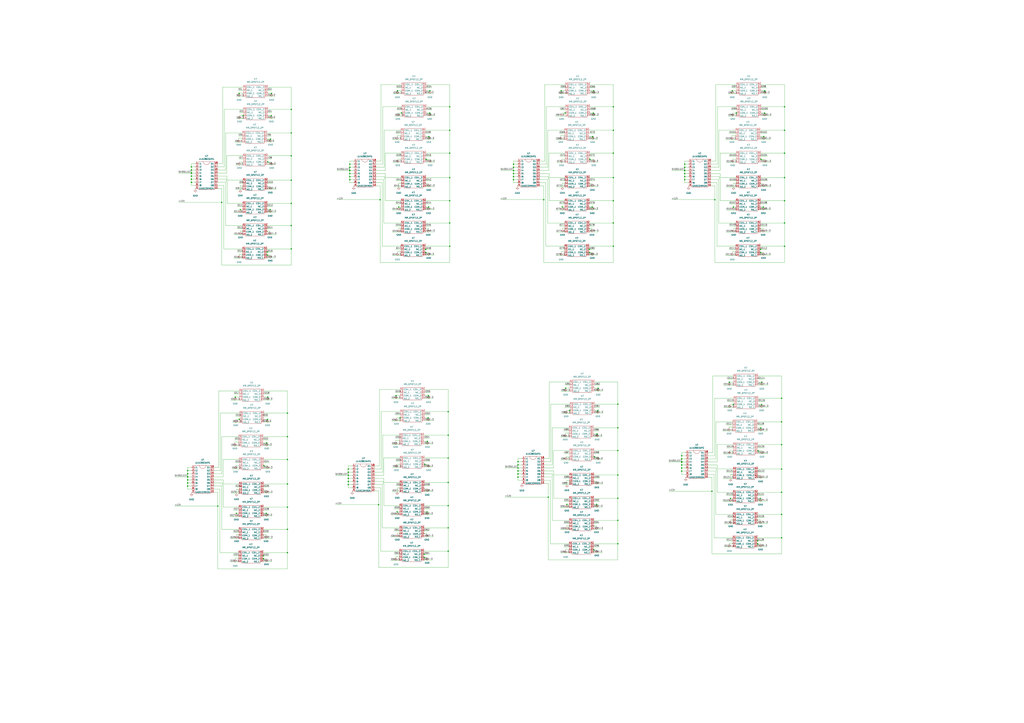
<source format=kicad_sch>
(kicad_sch (version 20211123) (generator eeschema)
  (paper "A1")
  (junction (at 488.1372 375.412))
  (junction (at 327.3806 170.1292))
  (junction (at 625.0178 130.9624))
  (junction (at 182.0926 166.3192))
  (junction (at 236.093 377.6726))
  (junction (at 490.3724 356.6668))
  (junction (at 369.316 125.8824))
  (junction (at 353.1108 74.5998))
  (junction (at 287.2994 134.9756))
  (junction (at 286.0548 395.7066))
  (junction (at 369.316 183.2102))
  (junction (at 369.316 145.9738))
  (junction (at 624.6114 204.9272))
  (junction (at 503.7582 202.3872))
  (junction (at 221.869 172.2882))
  (junction (at 154.0764 389.3058))
  (junction (at 196.5452 344.6272))
  (junction (at 287.3248 140.0556))
  (junction (at 368.0968 396.5448))
  (junction (at 507.4412 370.332))
  (junction (at 562.2798 145.1356))
  (junction (at 503.7582 183.2102))
  (junction (at 368.0968 376.4534))
  (junction (at 154.051 394.3858))
  (junction (at 562.3052 137.5156))
  (junction (at 287.274 145.1356))
  (junction (at 352.2472 112.2172))
  (junction (at 559.8414 387.223))
  (junction (at 157.226 142.24))
  (junction (at 286.0802 388.0866))
  (junction (at 562.2798 147.6756))
  (junction (at 236.093 397.764))
  (junction (at 460.8576 74.5998))
  (junction (at 644.3218 164.9984))
  (junction (at 562.3052 134.9756))
  (junction (at 351.9424 170.1292))
  (junction (at 503.7582 87.757))
  (junction (at 154.051 399.4658))
  (junction (at 559.8414 384.683))
  (junction (at 425.3992 389.5852))
  (junction (at 369.316 164.9984))
  (junction (at 641.8834 385.5212))
  (junction (at 236.093 416.7886))
  (junction (at 196.342 76.7588))
  (junction (at 286.0548 398.2466))
  (junction (at 348.3864 458.0382))
  (junction (at 222.8596 95.0722))
  (junction (at 421.7162 147.6756))
  (junction (at 602.3864 170.1292))
  (junction (at 326.4154 74.5998))
  (junction (at 562.3306 140.081))
  (junction (at 368.0968 433.7812))
  (junction (at 236.093 435.0004))
  (junction (at 329.7682 92.837))
  (junction (at 503.7582 107.0864))
  (junction (at 154.0764 391.8458))
  (junction (at 286.0802 390.6774))
  (junction (at 425.4246 379.4252))
  (junction (at 325.1962 325.1708))
  (junction (at 218.7194 421.9194))
  (junction (at 236.093 358.8766))
  (junction (at 644.3218 145.9738))
  (junction (at 641.8834 327.3044))
  (junction (at 219.9386 133.1214))
  (junction (at 193.1924 326.39))
  (junction (at 352.933 92.9132))
  (junction (at 461.8228 170.1292))
  (junction (at 157.226 137.1346))
  (junction (at 239.2426 89.916))
  (junction (at 157.2006 144.7546))
  (junction (at 487.3752 92.9132))
  (junction (at 197.3072 172.2882))
  (junction (at 628.1166 74.5998))
  (junction (at 484.4542 130.9624))
  (junction (at 157.2006 147.2946))
  (junction (at 490.0676 414.5788))
  (junction (at 369.316 87.757))
  (junction (at 559.8922 379.6284))
  (junction (at 641.8834 422.7576))
  (junction (at 627.9388 92.9132))
  (junction (at 219.5322 209.6262))
  (junction (at 239.2426 109.2454))
  (junction (at 287.2994 140.0556))
  (junction (at 602.3356 332.3844))
  (junction (at 287.3248 140.081))
  (junction (at 559.8668 377.063))
  (junction (at 626.9482 170.1292))
  (junction (at 644.3218 202.3872))
  (junction (at 584.7334 403.7076))
  (junction (at 599.948 409.6766))
  (junction (at 641.8834 404.5458))
  (junction (at 487.7308 451.9168))
  (junction (at 450.2912 408.6098))
  (junction (at 503.7582 164.9984))
  (junction (at 219.0242 364.0074))
  (junction (at 351.7138 343.4842))
  (junction (at 287.274 142.5956))
  (junction (at 562.3052 140.0556))
  (junction (at 624.5098 409.6766))
  (junction (at 559.8668 374.523))
  (junction (at 622.173 447.0146))
  (junction (at 239.2426 128.0414))
  (junction (at 287.2994 137.5156))
  (junction (at 222.1738 114.3762))
  (junction (at 219.8878 326.39))
  (junction (at 507.4412 351.536))
  (junction (at 421.7162 145.1356))
  (junction (at 178.943 415.9504))
  (junction (at 286.0802 385.5466))
  (junction (at 223.0374 76.7588))
  (junction (at 219.71 344.7034))
  (junction (at 622.5794 370.5098))
  (junction (at 326.1614 420.7002))
  (junction (at 503.7582 125.8824))
  (junction (at 236.093 454.1774))
  (junction (at 625.6782 314.1472))
  (junction (at 239.2426 148.1328))
  (junction (at 421.7416 137.5156))
  (junction (at 486.6894 112.2172))
  (junction (at 349.6056 207.4672))
  (junction (at 368.0968 357.6574))
  (junction (at 625.5004 332.4606))
  (junction (at 216.789 382.7526))
  (junction (at 368.0968 338.328))
  (junction (at 644.3218 183.2102))
  (junction (at 310.9468 414.7312))
  (junction (at 627.253 112.2172))
  (junction (at 491.236 319.0494))
  (junction (at 507.4412 427.6598))
  (junction (at 421.7162 142.5956))
  (junction (at 236.093 339.5472))
  (junction (at 239.2426 185.3692))
  (junction (at 641.8834 441.9346))
  (junction (at 562.2798 142.5956))
  (junction (at 351.8916 325.1708))
  (junction (at 368.0968 452.9582))
  (junction (at 507.4412 390.4234))
  (junction (at 624.8146 351.7646))
  (junction (at 559.8922 379.603))
  (junction (at 239.2426 204.5462))
  (junction (at 348.3864 455.4982))
  (junction (at 349.6056 204.9272))
  (junction (at 348.7928 381.5334))
  (junction (at 199.6948 94.996))
  (junction (at 216.3826 456.7174))
  (junction (at 350.7232 420.7002))
  (junction (at 239.2426 167.1574))
  (junction (at 157.226 142.2146))
  (junction (at 559.8668 379.603))
  (junction (at 644.3218 107.0864))
  (junction (at 507.4412 332.2066))
  (junction (at 287.274 147.6756))
  (junction (at 154.0764 386.7658))
  (junction (at 351.028 362.7882))
  (junction (at 425.4246 381.9652))
  (junction (at 486.3846 170.1292))
  (junction (at 624.6114 207.4672))
  (junction (at 216.3826 459.2574))
  (junction (at 464.5406 319.0494))
  (junction (at 604.774 92.837))
  (junction (at 465.5058 414.5788))
  (junction (at 421.7416 134.9756))
  (junction (at 350.012 130.9624))
  (junction (at 425.3992 392.1252))
  (junction (at 369.316 202.3872))
  (junction (at 644.3218 87.757))
  (junction (at 369.316 107.0864))
  (junction (at 425.3992 387.0452))
  (junction (at 219.5322 207.0862))
  (junction (at 446.6082 164.1602))
  (junction (at 641.8834 365.4298))
  (junction (at 484.0478 204.9272))
  (junction (at 507.4412 409.448))
  (junction (at 487.553 74.5998))
  (junction (at 194.1576 421.9194))
  (junction (at 507.4412 446.8368))
  (junction (at 368.0968 415.5694))
  (junction (at 491.0582 337.3628))
  (junction (at 484.0478 207.4672))
  (junction (at 154.1018 391.8712))
  (junction (at 601.4212 74.5998))
  (junction (at 421.7416 140.1064))
  (junction (at 425.4246 384.556))
  (junction (at 464.2104 92.837))
  (junction (at 598.9828 314.1472))
  (junction (at 312.166 164.1602))
  (junction (at 467.8934 337.2866))
  (junction (at 587.1718 164.1602))
  (junction (at 641.8834 346.6338))
  (junction (at 503.7582 145.9738))
  (junction (at 559.8414 382.143))
  (junction (at 644.3218 125.8824))
  (junction (at 157.226 139.6746))
  (junction (at 286.0548 393.1666))
  (junction (at 157.2006 149.8346))
  (junction (at 154.051 396.9258))
  (junction (at 328.549 343.408))
  (junction (at 622.173 444.4746))
  (wire (pts (xy 321.5894 345.9988) (xy 328.549 345.948)))
  (wire (pts (xy 586.4352 441.9346) (xy 586.4352 389.763)))
  (wire (pts (xy 588.8736 150.2156) (xy 583.8444 150.2156)))
  (wire (pts (xy 369.316 107.0864) (xy 369.316 87.757)))
  (wire (pts (xy 624.7892 172.3644) (xy 632.9172 172.4406)))
  (wire (pts (xy 484.378 153.3398) (xy 491.4646 153.3398)))
  (wire (pts (xy 276.5298 164.1602) (xy 312.166 164.1602)))
  (wire (pts (xy 191.8462 174.7774) (xy 199.136 174.7774)))
  (wire (pts (xy 425.3992 389.5852) (xy 425.3992 387.0452)))
  (wire (pts (xy 217.1192 339.5472) (xy 236.093 339.5472)))
  (wire (pts (xy 463.6516 183.2102) (xy 449.7324 183.2102)))
  (wire (pts (xy 194.1576 421.8686) (xy 195.9864 421.8686)))
  (wire (pts (xy 491.3376 375.4628) (xy 488.1372 375.4628)))
  (wire (pts (xy 425.4246 381.9652) (xy 425.4246 384.556)))
  (wire (pts (xy 487.68 351.536) (xy 507.4412 351.536)))
  (wire (pts (xy 484.2256 183.2102) (xy 503.7582 183.2102)))
  (wire (pts (xy 625.5004 332.3844) (xy 625.5004 332.4606)))
  (wire (pts (xy 194.1322 97.536) (xy 199.6948 97.536)))
  (wire (pts (xy 451.993 446.8368) (xy 451.993 394.6652)))
  (wire (pts (xy 595.8078 209.9818) (xy 604.0374 210.0072)))
  (wire (pts (xy 197.3834 155.6512) (xy 197.3834 152.5524)))
  (wire (pts (xy 467.8934 332.2066) (xy 452.3994 332.2066)))
  (wire (pts (xy 327.3806 170.0784) (xy 329.2094 170.0784)))
  (wire (pts (xy 464.1596 92.837) (xy 464.2104 92.837)))
  (wire (pts (xy 601.7768 427.1518) (xy 601.7768 427.8376)))
  (wire (pts (xy 491.0582 337.2866) (xy 491.0582 337.3628)))
  (wire (pts (xy 414.655 408.6098) (xy 450.2912 408.6098)))
  (wire (pts (xy 485.14 72.0344) (xy 484.6574 72.0344)))
  (wire (pts (xy 581.406 384.683) (xy 588.3656 384.683)))
  (wire (pts (xy 222.1738 114.3254) (xy 219.4814 114.3254)))
  (wire (pts (xy 449.8848 107.0864) (xy 449.8848 137.5156)))
  (wire (pts (xy 352.0186 207.5434) (xy 349.6056 207.5434)))
  (wire (pts (xy 451.993 394.6652) (xy 446.9638 394.6652)))
  (wire (pts (xy 220.1418 79.0194) (xy 226.0346 79.0194)))
  (wire (pts (xy 348.3356 357.6574) (xy 368.0968 357.6574)))
  (wire (pts (xy 223.0374 76.7334) (xy 223.0374 76.7588)))
  (wire (pts (xy 598.7288 205.0542) (xy 604.0374 204.9272)))
  (wire (pts (xy 601.1672 111.3536) (xy 601.1672 112.2426)))
  (wire (pts (xy 199.2884 148.1328) (xy 186.436 148.1328)))
  (wire (pts (xy 182.8292 134.5946) (xy 182.8292 71.6534)))
  (wire (pts (xy 328.4982 343.408) (xy 328.549 343.408)))
  (wire (pts (xy 641.8834 327.3044) (xy 641.8834 309.0418)))
  (wire (pts (xy 178.7652 154.9146) (xy 182.0926 154.9146)))
  (wire (pts (xy 456.5142 210.0072) (xy 463.4738 210.0072)))
  (wire (pts (xy 194.818 169.6974) (xy 199.136 169.6974)))
  (wire (pts (xy 194.0306 79.2734) (xy 199.5678 79.2734)))
  (wire (pts (xy 590.804 145.1356) (xy 590.804 146.9136)))
  (wire (pts (xy 157.3276 402.0058) (xy 154.051 402.0058)))
  (wire (pts (xy 487.7308 454.2028) (xy 494.6396 454.2282)))
  (wire (pts (xy 622.3508 425.2976) (xy 627.7864 425.2722)))
  (wire (pts (xy 322.1736 114.6556) (xy 328.9808 114.7064)))
  (wire (pts (xy 463.1182 372.872) (xy 467.5632 372.872)))
  (wire (pts (xy 594.6394 449.5546) (xy 601.599 449.5546)))
  (wire (pts (xy 312.6486 400.7866) (xy 307.6194 400.7866)))
  (wire (pts (xy 183.7944 152.3746) (xy 178.7652 152.3746)))
  (wire (pts (xy 348.5642 436.3212) (xy 352.7552 436.3212)))
  (wire (pts (xy 307.6194 395.7066) (xy 314.579 395.7066)))
  (wire (pts (xy 322.3514 384.0734) (xy 328.2188 384.0734)))
  (wire (pts (xy 624.7892 164.9984) (xy 644.3218 164.9984)))
  (wire (pts (xy 286.0802 385.5466) (xy 286.0802 388.0866)))
  (wire (pts (xy 627.253 112.1664) (xy 624.5606 112.1664)))
  (wire (pts (xy 464.2866 355.8032) (xy 467.106 355.8032)))
  (wire (pts (xy 312.9026 69.4944) (xy 329.6412 69.4944)))
  (wire (pts (xy 454.533 384.5052) (xy 446.9638 384.5052)))
  (wire (pts (xy 326.4408 207.6196) (xy 326.4408 206.883)))
  (wire (pts (xy 463.4738 206.883) (xy 463.4738 207.4672)))
  (wire (pts (xy 456.2348 95.3516) (xy 464.2104 95.377)))
  (wire (pts (xy 178.7652 149.8346) (xy 185.2168 149.8346)))
  (wire (pts (xy 562.2798 147.6756) (xy 562.2798 145.1356)))
  (wire (pts (xy 328.1426 400.9644) (xy 328.1426 401.6248)))
  (wire (pts (xy 563.118 392.303) (xy 563.118 392.8364)))
  (wire (pts (xy 154.051 396.9258) (xy 157.3276 396.9258)))
  (wire (pts (xy 351.7392 187.6298) (xy 349.7834 187.6298)))
  (wire (pts (xy 349.7834 172.3644) (xy 356.7684 172.3644)))
  (wire (pts (xy 601.4212 74.5744) (xy 604.647 74.5744)))
  (wire (pts (xy 322.5546 133.477) (xy 329.438 133.5024)))
  (wire (pts (xy 348.5642 418.1094) (xy 352.9584 418.1094)))
  (wire (pts (xy 463.804 150.3934) (xy 463.804 151.0538)))
  (wire (pts (xy 593.852 373.0244) (xy 602.0054 373.0498)))
  (wire (pts (xy 186.3344 142.2146) (xy 178.7652 142.2146)))
  (wire (pts (xy 192.9384 363.1438) (xy 195.7578 363.1438)))
  (wire (pts (xy 463.0166 449.3768) (xy 467.1568 449.3768)))
  (wire (pts (xy 315.4426 107.0864) (xy 315.4426 137.5156)))
  (wire (pts (xy 325.5772 343.4588) (xy 328.4982 343.408)))
  (wire (pts (xy 583.8444 142.5956) (xy 591.5152 142.5956)))
  (wire (pts (xy 586.8416 327.3044) (xy 586.8416 374.523)))
  (wire (pts (xy 326.4154 74.5744) (xy 329.6412 74.5744)))
  (wire (pts (xy 598.8812 185.6486) (xy 604.2152 185.7502)))
  (wire (pts (xy 487.9086 427.6598) (xy 507.4412 427.6598)))
  (wire (pts (xy 287.274 145.1356) (xy 290.5506 145.1356)))
  (wire (pts (xy 484.2256 164.9984) (xy 503.7582 164.9984)))
  (wire (pts (xy 454.6854 409.448) (xy 454.6854 391.3632)))
  (wire (pts (xy 486.4608 207.5434) (xy 484.0478 207.5434)))
  (wire (pts (xy 604.3676 150.3934) (xy 604.3676 151.0538)))
  (wire (pts (xy 601.4466 207.6196) (xy 601.4466 206.883)))
  (wire (pts (xy 507.4412 390.4234) (xy 507.4412 370.332)))
  (wire (pts (xy 216.5604 416.7886) (xy 236.093 416.7886)))
  (wire (pts (xy 503.7582 87.757) (xy 503.7582 69.4944)))
  (wire (pts (xy 452.3994 332.2066) (xy 452.3994 379.4252)))
  (wire (pts (xy 287.274 147.6756) (xy 290.5506 147.6756)))
  (wire (pts (xy 507.4412 446.8368) (xy 507.4412 427.6598)))
  (wire (pts (xy 328.9808 107.0864) (xy 315.4426 107.0864)))
  (wire (pts (xy 348.5642 441.1472) (xy 355.9302 441.1472)))
  (wire (pts (xy 329.438 125.8824) (xy 316.4078 125.8824)))
  (wire (pts (xy 551.6118 140.081) (xy 562.3306 140.081)))
  (wire (pts (xy 625.348 92.837) (xy 627.9388 92.837)))
  (wire (pts (xy 622.1984 444.4746) (xy 622.173 444.4746)))
  (wire (pts (xy 559.8668 374.523) (xy 559.8668 377.063)))
  (wire (pts (xy 348.7928 376.4534) (xy 368.0968 376.4534)))
  (wire (pts (xy 586.4352 389.763) (xy 581.406 389.763)))
  (wire (pts (xy 462.915 430.1998) (xy 467.3346 430.1998)))
  (wire (pts (xy 562.2798 145.1356) (xy 562.2798 142.5956)))
  (wire (pts (xy 487.68 354.076) (xy 491.998 354.076)))
  (wire (pts (xy 186.3344 128.0414) (xy 186.3344 142.2146)))
  (wire (pts (xy 463.677 334.7466) (xy 467.8934 334.7466)))
  (wire (pts (xy 624.6368 204.9272) (xy 630.1232 204.978)))
  (wire (pts (xy 562.3052 137.5156) (xy 565.5564 137.5156)))
  (wire (pts (xy 178.943 404.5458) (xy 178.943 415.9504)))
  (wire (pts (xy 624.7892 167.5384) (xy 630.1232 167.513)))
  (wire (pts (xy 599.0082 447.167) (xy 599.0082 446.4304)))
  (wire (pts (xy 314.579 395.7066) (xy 314.579 397.4846)))
  (wire (pts (xy 157.226 139.6746) (xy 157.226 142.2146)))
  (wire (pts (xy 350.012 125.8824) (xy 369.316 125.8824)))
  (wire (pts (xy 369.316 215.6968) (xy 369.316 202.3872)))
  (wire (pts (xy 349.7834 190.5762) (xy 357.1494 190.5762)))
  (wire (pts (xy 484.4542 125.8824) (xy 503.7582 125.8824)))
  (wire (pts (xy 218.5162 440.1312) (xy 218.5162 439.42)))
  (wire (pts (xy 186.436 148.1328) (xy 186.436 144.7546)))
  (wire (pts (xy 326.1614 111.3536) (xy 328.9808 111.3536)))
  (wire (pts (xy 286.0548 395.7066) (xy 289.3314 395.7066)))
  (wire (pts (xy 182.0926 217.8558) (xy 239.2426 217.8558)))
  (wire (pts (xy 600.1004 427.8122) (xy 600.1004 427.1518)))
  (wire (pts (xy 503.7582 164.9984) (xy 503.7582 145.9738)))
  (wire (pts (xy 351.8916 325.1454) (xy 351.8916 325.1708)))
  (wire (pts (xy 644.3218 87.757) (xy 644.3218 69.4944)))
  (wire (pts (xy 289.3314 403.3266) (xy 289.3314 403.86)))
  (wire (pts (xy 199.136 185.3692) (xy 185.2168 185.3692)))
  (wire (pts (xy 644.3218 69.4944) (xy 625.221 69.4944)))
  (wire (pts (xy 449.8848 137.5156) (xy 443.2808 137.5156)))
  (wire (pts (xy 219.8624 150.6728) (xy 224.2058 150.6728)))
  (wire (pts (xy 143.383 391.8712) (xy 154.1018 391.8712)))
  (wire (pts (xy 348.3864 458.1144) (xy 348.3864 458.0382)))
  (wire (pts (xy 581.406 382.143) (xy 589.0768 382.143)))
  (wire (pts (xy 182.8292 71.6534) (xy 199.5678 71.6534)))
  (wire (pts (xy 487.68 358.902) (xy 494.538 358.902)))
  (wire (pts (xy 219.4814 111.7854) (xy 222.6818 111.76)))
  (wire (pts (xy 312.166 215.6968) (xy 369.316 215.6968)))
  (wire (pts (xy 192.6336 361.4166) (xy 195.7578 361.4166)))
  (wire (pts (xy 443.2808 147.6756) (xy 449.7324 147.6756)))
  (wire (pts (xy 601.5482 346.6338) (xy 588.01 346.6338)))
  (wire (pts (xy 194.7164 187.9092) (xy 199.136 187.9092)))
  (wire (pts (xy 146.5326 142.24) (xy 157.226 142.24)))
  (wire (pts (xy 624.7892 185.7502) (xy 630.2502 185.7502)))
  (wire (pts (xy 589.28 87.757) (xy 589.28 134.9756)))
  (wire (pts (xy 368.0968 320.0654) (xy 348.996 320.0654)))
  (wire (pts (xy 219.71 185.3692) (xy 239.2426 185.3692)))
  (wire (pts (xy 219.5576 207.0862) (xy 223.9772 207.137)))
  (wire (pts (xy 486.6894 112.1664) (xy 483.997 112.1664)))
  (wire (pts (xy 219.71 189.7888) (xy 219.71 190.4492)))
  (wire (pts (xy 350.2152 76.8604) (xy 356.108 76.8604)))
  (wire (pts (xy 465.582 394.843) (xy 467.487 394.843)))
  (wire (pts (xy 624.6114 202.3872) (xy 644.3218 202.3872)))
  (wire (pts (xy 421.7162 145.1356) (xy 424.9928 145.1356)))
  (wire (pts (xy 629.285 72.0598) (xy 625.7036 72.0344)))
  (wire (pts (xy 188.849 461.7974) (xy 195.8086 461.7974)))
  (wire (pts (xy 239.2426 89.916) (xy 239.2426 71.6534)))
  (wire (pts (xy 627.253 112.2172) (xy 627.253 112.1664)))
  (wire (pts (xy 507.4412 370.332) (xy 507.4412 351.536)))
  (wire (pts (xy 216.789 382.8034) (xy 216.789 382.7526)))
  (wire (pts (xy 559.8668 377.063) (xy 559.8668 379.603)))
  (wire (pts (xy 351.9932 381.5842) (xy 348.7928 381.5842)))
  (wire (pts (xy 565.5564 132.4356) (xy 562.3052 132.461)))
  (wire (pts (xy 625.221 74.5744) (xy 628.1166 74.5744)))
  (wire (pts (xy 239.2426 109.2454) (xy 239.2426 89.916)))
  (wire (pts (xy 484.7844 87.757) (xy 503.7582 87.757)))
  (wire (pts (xy 329.2094 164.9984) (xy 316.5602 164.9984)))
  (wire (pts (xy 622.1222 353.9998) (xy 630.3772 354.0252)))
  (wire (pts (xy 349.9358 148.5138) (xy 354.2792 148.5138)))
  (wire (pts (xy 287.2994 142.0876) (xy 287.3248 140.0556)))
  (wire (pts (xy 562.3052 140.0556) (xy 562.3306 140.081)))
  (wire (pts (xy 602.4626 153.4922) (xy 602.4626 150.3934)))
  (wire (pts (xy 350.7232 420.7002) (xy 350.7232 420.6494)))
  (wire (pts (xy 624.586 447.0908) (xy 622.173 447.0908)))
  (wire (pts (xy 157.226 137.1346) (xy 160.4772 137.1346)))
  (wire (pts (xy 598.678 109.6264) (xy 603.9866 109.6264)))
  (wire (pts (xy 622.1222 346.6338) (xy 641.8834 346.6338)))
  (wire (pts (xy 183.2864 397.764) (xy 183.2864 394.3858)))
  (wire (pts (xy 328.549 338.328) (xy 313.055 338.328)))
  (wire (pts (xy 157.226 139.6746) (xy 160.4772 139.6746)))
  (wire (pts (xy 644.3218 183.2102) (xy 644.3218 164.9984)))
  (wire (pts (xy 625.221 76.8604) (xy 632.1044 76.8604)))
  (wire (pts (xy 461.1878 130.9624) (xy 463.8802 130.9624)))
  (wire (pts (xy 461.8228 170.1292) (xy 461.8228 170.0784)))
  (wire (pts (xy 622.173 449.3006) (xy 630.1232 449.3006)))
  (wire (pts (xy 503.7582 145.9738) (xy 503.7582 125.8824)))
  (wire (pts (xy 221.6658 189.7888) (xy 219.71 189.7888)))
  (wire (pts (xy 326.3138 438.8358) (xy 326.3138 438.1754)))
  (wire (pts (xy 315.1886 376.4534) (xy 315.1886 390.6266)))
  (wire (pts (xy 349.5548 109.6264) (xy 353.8474 109.6264)))
  (wire (pts (xy 324.5358 322.6054) (xy 328.422 322.6054)))
  (wire (pts (xy 157.226 142.2146) (xy 157.226 142.24)))
  (wire (pts (xy 581.406 371.983) (xy 585.47 371.983)))
  (wire (pts (xy 562.3052 134.9756) (xy 562.3052 137.5156)))
  (wire (pts (xy 157.3276 404.5458) (xy 157.3276 405.0792)))
  (wire (pts (xy 601.9292 385.5212) (xy 589.0768 385.5212)))
  (wire (pts (xy 559.8414 384.683) (xy 563.118 384.683)))
  (wire (pts (xy 425.3992 392.1252) (xy 428.6758 392.1252)))
  (wire (pts (xy 196.1388 402.1836) (xy 196.1388 402.844)))
  (wire (pts (xy 326.1614 111.3536) (xy 326.1614 112.2426)))
  (wire (pts (xy 216.9922 326.3646) (xy 219.8878 326.3646)))
  (wire (pts (xy 194.31 439.3946) (xy 195.9864 439.3946)))
  (wire (pts (xy 602.0054 365.4298) (xy 588.9752 365.4298)))
  (wire (pts (xy 624.6114 207.5434) (xy 624.6114 207.4672)))
  (wire (pts (xy 465.5058 414.528) (xy 467.3346 414.528)))
  (wire (pts (xy 313.8678 150.2156) (xy 308.8386 150.2156)))
  (wire (pts (xy 326.1614 420.6494) (xy 327.9902 420.6494)))
  (wire (pts (xy 219.8624 148.1328) (xy 239.2426 148.1328)))
  (wire (pts (xy 490.3724 356.616) (xy 487.68 356.616)))
  (wire (pts (xy 323.6722 455.4982) (xy 327.8124 455.4982)))
  (wire (pts (xy 320.7004 423.1894) (xy 327.9902 423.1894)))
  (wire (pts (xy 327.9902 433.7812) (xy 314.071 433.7812)))
  (wire (pts (xy 349.7834 164.9984) (xy 369.316 164.9984)))
  (wire (pts (xy 348.7166 401.6248) (xy 350.8502 401.6248)))
  (wire (pts (xy 216.789 385.0386) (xy 223.7994 384.9878)))
  (wire (pts (xy 628.0404 311.658) (xy 623.2652 311.5818)))
  (wire (pts (xy 425.4246 386.5372) (xy 425.4246 384.556)))
  (wire (pts (xy 368.0968 357.6574) (xy 368.0968 338.328)))
  (wire (pts (xy 185.3692 139.6746) (xy 178.7652 139.6746)))
  (wire (pts (xy 182.0926 166.3192) (xy 182.0926 217.8558)))
  (wire (pts (xy 601.1672 111.3536) (xy 603.9866 111.3536)))
  (wire (pts (xy 216.5604 424.1546) (xy 223.5454 424.1546)))
  (wire (pts (xy 598.7288 350.901) (xy 598.7288 351.79)))
  (wire (pts (xy 624.5098 409.6258) (xy 622.3508 409.6258)))
  (wire (pts (xy 198.9582 204.5462) (xy 183.7944 204.5462)))
  (wire (pts (xy 464.8708 375.412) (xy 467.5632 375.412)))
  (wire (pts (xy 193.5734 344.678) (xy 196.4944 344.6272)))
  (wire (pts (xy 239.2426 148.1328) (xy 239.2426 128.0414)))
  (wire (pts (xy 622.173 441.9346) (xy 641.8834 441.9346)))
  (wire (pts (xy 194.1576 421.9194) (xy 194.1576 421.8686)))
  (wire (pts (xy 195.7578 358.8766) (xy 182.2196 358.8766)))
  (wire (pts (xy 467.3346 432.054) (xy 467.3346 432.7398)))
  (wire (pts (xy 424.9928 132.4356) (xy 421.7416 132.461)))
  (wire (pts (xy 601.7514 130.9624) (xy 604.4438 130.9624)))
  (wire (pts (xy 351.9424 170.1292) (xy 351.9424 170.0784)))
  (wire (pts (xy 641.8834 385.5212) (xy 641.8834 365.4298)))
  (wire (pts (xy 453.5678 351.536) (xy 453.5678 381.9652)))
  (wire (pts (xy 368.0968 433.7812) (xy 368.0968 415.5694)))
  (wire (pts (xy 464.566 452.0692) (xy 464.566 451.3326)))
  (wire (pts (xy 486.1814 187.6298) (xy 484.2256 187.6298)))
  (wire (pts (xy 220.1164 342.0872) (xy 217.1192 342.0872)))
  (wire (pts (xy 175.6156 384.2258) (xy 179.6796 384.2258)))
  (wire (pts (xy 602.5388 187.6044) (xy 604.2152 187.6044)))
  (wire (pts (xy 594.741 430.3776) (xy 601.7768 430.3776)))
  (wire (pts (xy 598.9828 314.1218) (xy 602.2086 314.1218)))
  (wire (pts (xy 463.4738 202.3872) (xy 448.31 202.3872)))
  (wire (pts (xy 154.051 399.4658) (xy 157.3276 399.4658)))
  (wire (pts (xy 596.3666 388.0612) (xy 601.9292 388.0612)))
  (wire (pts (xy 622.7826 314.1218) (xy 625.6782 314.1218)))
  (wire (pts (xy 562.3052 140.0556) (xy 565.5564 140.0556)))
  (wire (pts (xy 463.423 107.0864) (xy 449.8848 107.0864)))
  (wire (pts (xy 461.9752 187.6044) (xy 463.6516 187.6044)))
  (wire (pts (xy 349.7834 187.6298) (xy 349.7834 188.2902)))
  (wire (pts (xy 590.296 147.6756) (xy 590.296 183.2102)))
  (wire (pts (xy 315.2902 147.6756) (xy 315.2902 183.2102)))
  (wire (pts (xy 313.055 338.328) (xy 313.055 385.5466)))
  (wire (pts (xy 286.0548 393.1666) (xy 289.3314 393.1666)))
  (wire (pts (xy 236.093 358.8766) (xy 236.093 339.5472)))
  (wire (pts (xy 368.0968 452.9582) (xy 368.0968 433.7812)))
  (wire (pts (xy 194.2338 402.1836) (xy 196.1388 402.1836)))
  (wire (pts (xy 588.8736 202.3872) (xy 588.8736 150.2156)))
  (wire (pts (xy 602.3864 170.0784) (xy 604.2152 170.0784)))
  (wire (pts (xy 286.0548 398.2466) (xy 286.0548 395.7066)))
  (wire (pts (xy 467.106 355.8032) (xy 467.106 356.616)))
  (wire (pts (xy 625.7798 370.5606) (xy 622.5794 370.5606)))
  (wire (pts (xy 236.093 321.2846) (xy 216.9922 321.2846)))
  (wire (pts (xy 467.3346 427.6598) (xy 453.4154 427.6598)))
  (wire (pts (xy 597.3572 425.2976) (xy 601.7768 425.2976)))
  (wire (pts (xy 587.9084 132.4356) (xy 587.9084 69.4944)))
  (wire (pts (xy 308.8386 132.4356) (xy 312.9026 132.4356)))
  (wire (pts (xy 350.012 128.4224) (xy 354.2284 128.4224)))
  (wire (pts (xy 326.2376 400.9644) (xy 328.1426 400.9644)))
  (wire (pts (xy 446.6082 164.1602) (xy 446.6082 215.6968)))
  (wire (pts (xy 222.1738 114.3762) (xy 222.1738 114.3254)))
  (wire (pts (xy 587.1718 215.6968) (xy 644.3218 215.6968)))
  (wire (pts (xy 587.8576 387.223) (xy 587.8576 422.7576)))
  (wire (pts (xy 464.5406 319.0494) (xy 464.5406 319.024)))
  (wire (pts (xy 488.4674 337.2866) (xy 491.0582 337.2866)))
  (wire (pts (xy 604.7232 92.837) (xy 604.774 92.837)))
  (wire (pts (xy 239.2426 217.8558) (xy 239.2426 204.5462)))
  (wire (pts (xy 350.3422 92.837) (xy 352.933 92.837)))
  (wire (pts (xy 581.406 392.303) (xy 584.7334 392.303)))
  (wire (pts (xy 219.9386 133.1722) (xy 219.9386 133.1214)))
  (wire (pts (xy 350.012 131.0132) (xy 350.012 130.9624)))
  (wire (pts (xy 489.8644 432.0794) (xy 487.9086 432.0794)))
  (wire (pts (xy 218.5162 439.42) (xy 216.5604 439.42)))
  (wire (pts (xy 216.789 377.6726) (xy 236.093 377.6726)))
  (wire (pts (xy 601.4212 74.5998) (xy 601.4212 74.5744)))
  (wire (pts (xy 221.6658 190.5) (xy 221.6658 189.7888)))
  (wire (pts (xy 484.7844 95.123) (xy 491.6678 95.0722)))
  (wire (pts (xy 314.2234 388.0866) (xy 307.6194 388.0866)))
  (wire (pts (xy 488.8738 316.484) (xy 488.3404 316.484)))
  (wire (pts (xy 590.804 146.9136) (xy 591.566 146.9136)))
  (wire (pts (xy 624.8146 351.7138) (xy 622.1222 351.7138)))
  (wire (pts (xy 182.2196 358.8766) (xy 182.2196 389.3058)))
  (wire (pts (xy 622.1984 444.4746) (xy 627.507 444.5254)))
  (wire (pts (xy 348.7166 396.5448) (xy 368.0968 396.5448)))
  (wire (pts (xy 326.3138 438.1754) (xy 327.9902 438.1754)))
  (wire (pts (xy 322.8086 77.1144) (xy 329.6412 77.1144)))
  (wire (pts (xy 503.7582 125.8824) (xy 503.7582 107.0864)))
  (wire (pts (xy 157.2006 144.7546) (xy 160.4772 144.7546)))
  (wire (pts (xy 183.1848 377.6726) (xy 183.1848 391.8458)))
  (wire (pts (xy 596.9762 311.6072) (xy 602.2086 311.5818)))
  (wire (pts (xy 449.7324 147.6756) (xy 449.7324 183.2102)))
  (wire (pts (xy 484.0478 202.3872) (xy 503.7582 202.3872)))
  (wire (pts (xy 598.932 148.6154) (xy 604.3676 148.5138)))
  (wire (pts (xy 193.1924 326.3646) (xy 196.4182 326.3646)))
  (wire (pts (xy 450.9516 145.9738) (xy 450.9516 142.5956)))
  (wire (pts (xy 559.8668 372.0084) (xy 559.8668 374.523)))
  (wire (pts (xy 217.1192 344.6272) (xy 219.71 344.6272)))
  (wire (pts (xy 462.8134 354.0252) (xy 467.106 354.076)))
  (wire (pts (xy 349.4786 322.6054) (xy 348.996 322.6054)))
  (wire (pts (xy 584.7334 392.303) (xy 584.7334 403.7076)))
  (wire (pts (xy 352.2472 112.2172) (xy 352.2472 112.1664)))
  (wire (pts (xy 178.7652 144.7546) (xy 186.436 144.7546)))
  (wire (pts (xy 562.3052 132.461) (xy 562.3052 134.9756)))
  (wire (pts (xy 327.7616 357.6574) (xy 314.2234 357.6574)))
  (wire (pts (xy 157.226 137.1346) (xy 157.226 139.6746)))
  (wire (pts (xy 486.6894 112.2172) (xy 486.6894 112.1664)))
  (wire (pts (xy 459.8416 128.4478) (xy 463.8802 128.4224)))
  (wire (pts (xy 220.1418 76.7334) (xy 223.0374 76.7334)))
  (wire (pts (xy 353.4664 340.8426) (xy 349.123 340.868)))
  (wire (pts (xy 562.2798 147.6756) (xy 565.5564 147.6756)))
  (wire (pts (xy 325.1962 325.1454) (xy 328.422 325.1454)))
  (wire (pts (xy 321.4878 327.7108) (xy 328.422 327.6854)))
  (wire (pts (xy 597.8906 95.4278) (xy 604.774 95.377)))
  (wire (pts (xy 199.644 94.996) (xy 199.6948 94.996)))
  (wire (pts (xy 448.7164 134.9756) (xy 443.2808 134.9756)))
  (wire (pts (xy 369.316 125.8824) (xy 369.316 107.0864)))
  (wire (pts (xy 218.7194 421.8686) (xy 216.5604 421.8686)))
  (wire (pts (xy 349.6056 202.3872) (xy 369.316 202.3872)))
  (wire (pts (xy 630.682 90.2716) (xy 625.348 90.297)))
  (wire (pts (xy 641.8834 441.9346) (xy 641.8834 422.7576)))
  (wire (pts (xy 425.3992 389.5852) (xy 428.6758 389.5852)))
  (wire (pts (xy 219.8878 326.3646) (xy 219.8878 326.39)))
  (wire (pts (xy 236.093 416.7886) (xy 236.093 397.764)))
  (wire (pts (xy 157.2006 147.2946) (xy 157.2006 144.7546)))
  (wire (pts (xy 559.8668 381.635) (xy 559.8922 379.603)))
  (wire (pts (xy 194.818 207.0862) (xy 198.9582 207.0862)))
  (wire (pts (xy 602.5388 188.2648) (xy 602.5388 187.6044)))
  (wire (pts (xy 591.4136 140.0556) (xy 583.8444 140.0556)))
  (wire (pts (xy 189.5348 328.9808) (xy 196.4182 328.9046)))
  (wire (pts (xy 351.028 362.7374) (xy 348.3356 362.7374)))
  (wire (pts (xy 644.3218 145.9738) (xy 644.3218 125.8824)))
  (wire (pts (xy 591.5152 145.9738) (xy 591.5152 142.5956)))
  (wire (pts (xy 448.7164 87.757) (xy 448.7164 134.9756)))
  (wire (pts (xy 562.3052 142.0876) (xy 562.3306 140.081)))
  (wire (pts (xy 591.566 164.9984) (xy 591.566 146.9136)))
  (wire (pts (xy 625.348 87.757) (xy 644.3218 87.757)))
  (wire (pts (xy 624.3066 427.1772) (xy 622.3508 427.1772)))
  (wire (pts (xy 600.1004 427.1518) (xy 601.7768 427.1518)))
  (wire (pts (xy 287.2994 142.0876) (xy 287.274 142.5956)))
  (wire (pts (xy 484.2256 190.5762) (xy 491.5916 190.5762)))
  (wire (pts (xy 451.0278 376.8852) (xy 451.0278 313.944)))
  (wire (pts (xy 487.7308 446.8368) (xy 507.4412 446.8368)))
  (wire (pts (xy 622.9096 332.3844) (xy 625.5004 332.3844)))
  (wire (pts (xy 324.9422 361.9246) (xy 324.9422 362.8136)))
  (wire (pts (xy 446.6082 152.7556) (xy 446.6082 164.1602)))
  (wire (pts (xy 313.055 385.5466) (xy 307.6194 385.5466)))
  (wire (pts (xy 349.9358 153.3398) (xy 357.0224 153.3398)))
  (wire (pts (xy 350.7994 458.1144) (xy 348.3864 458.1144)))
  (wire (pts (xy 428.6758 376.8852) (xy 425.4246 376.9106)))
  (wire (pts (xy 559.8668 374.523) (xy 563.118 374.523)))
  (wire (pts (xy 219.71 187.9092) (xy 223.901 187.9092)))
  (wire (pts (xy 604.0374 202.3872) (xy 588.8736 202.3872)))
  (wire (pts (xy 195.8086 454.1774) (xy 180.6448 454.1774)))
  (wire (pts (xy 507.4412 427.6598) (xy 507.4412 409.448)))
  (wire (pts (xy 622.5794 367.9698) (xy 627.8626 367.9698)))
  (wire (pts (xy 191.6684 456.7174) (xy 195.8086 456.7174)))
  (wire (pts (xy 487.553 74.5744) (xy 487.553 74.5998)))
  (wire (pts (xy 157.2006 149.8346) (xy 160.4772 149.8346)))
  (wire (pts (xy 190.9826 347.1672) (xy 196.5452 347.1672)))
  (wire (pts (xy 196.3674 209.7786) (xy 196.3674 209.042)))
  (wire (pts (xy 596.2904 172.593) (xy 604.2152 172.6184)))
  (wire (pts (xy 626.9482 170.0784) (xy 624.7892 170.0784)))
  (wire (pts (xy 216.3826 459.3336) (xy 216.3826 459.2574)))
  (wire (pts (xy 488.1372 377.698) (xy 494.9698 377.6726)))
  (wire (pts (xy 315.7982 146.9136) (xy 316.5602 146.9136)))
  (wire (pts (xy 488.1372 372.872) (xy 492.2012 372.872)))
  (wire (pts (xy 198.9582 209.042) (xy 198.9582 209.6262)))
  (wire (pts (xy 490.1438 451.993) (xy 487.7308 451.993)))
  (wire (pts (xy 622.5032 390.6012) (xy 624.6368 390.6012)))
  (wire (pts (xy 626.745 188.341) (xy 626.745 187.6298)))
  (wire (pts (xy 329.7174 92.837) (xy 329.7682 92.837)))
  (wire (pts (xy 287.274 142.5956) (xy 290.5506 142.5956)))
  (wire (pts (xy 467.5632 370.332) (xy 454.533 370.332)))
  (wire (pts (xy 594.106 316.6872) (xy 602.2086 316.6618)))
  (wire (pts (xy 460.8576 74.5744) (xy 464.0834 74.5744)))
  (wire (pts (xy 596.2142 153.67) (xy 604.3676 153.5938)))
  (wire (pts (xy 453.9234 391.3632) (xy 454.6854 391.3632)))
  (wire (pts (xy 315.1886 390.6266) (xy 307.6194 390.6266)))
  (wire (pts (xy 216.3318 361.4166) (xy 220.4466 361.4674)))
  (wire (pts (xy 425.3992 387.0452) (xy 428.6758 387.0452)))
  (wire (pts (xy 325.2216 457.454) (xy 327.8124 457.454)))
  (wire (pts (xy 348.7166 399.0848) (xy 353.06 399.0848)))
  (wire (pts (xy 353.2124 131.0132) (xy 350.012 131.0132)))
  (wire (pts (xy 154.0764 389.3058) (xy 157.3276 389.3058)))
  (wire (pts (xy 308.8386 142.5956) (xy 316.5094 142.5956)))
  (wire (pts (xy 584.7334 455.2442) (xy 641.8834 455.2442)))
  (wire (pts (xy 507.4412 409.448) (xy 507.4412 390.4234)))
  (wire (pts (xy 350.2152 74.5744) (xy 353.1108 74.5744)))
  (wire (pts (xy 329.3618 150.3934) (xy 329.3618 151.0538)))
  (wire (pts (xy 484.7844 92.837) (xy 487.3752 92.837)))
  (wire (pts (xy 503.7582 69.4944) (xy 484.6574 69.4944)))
  (wire (pts (xy 219.9386 135.4074) (xy 226.3394 135.4074)))
  (wire (pts (xy 593.6488 412.2166) (xy 601.7768 412.1658)))
  (wire (pts (xy 622.173 447.0908) (xy 622.173 447.0146)))
  (wire (pts (xy 290.5506 152.7556) (xy 290.5506 153.289)))
  (wire (pts (xy 459.3336 204.9272) (xy 463.4738 204.9272)))
  (wire (pts (xy 457.0984 133.5278) (xy 463.8802 133.5024)))
  (wire (pts (xy 641.8834 309.0418) (xy 622.7826 309.0418)))
  (wire (pts (xy 348.5642 438.2008) (xy 348.5642 438.8612)))
  (wire (pts (xy 451.0024 164.9984) (xy 451.0024 146.9136)))
  (wire (pts (xy 216.7128 400.304) (xy 221.0562 400.304)))
  (wire (pts (xy 559.8414 389.763) (xy 559.8414 387.223)))
  (wire (pts (xy 624.5606 114.4524) (xy 632.9172 114.4524)))
  (wire (pts (xy 325.1708 148.5138) (xy 329.3618 148.5138)))
  (wire (pts (xy 622.3508 404.5458) (xy 641.8834 404.5458)))
  (wire (pts (xy 216.9922 328.6506) (xy 223.7486 328.6506)))
  (wire (pts (xy 488.061 392.9634) (xy 492.4044 392.9634)))
  (wire (pts (xy 368.0968 466.2678) (xy 368.0968 452.9582)))
  (wire (pts (xy 450.2912 397.2052) (xy 450.2912 408.6098)))
  (wire (pts (xy 460.6036 111.3536) (xy 463.423 111.3536)))
  (wire (pts (xy 193.3448 342.0872) (xy 196.5452 342.0872)))
  (wire (pts (xy 461.0862 339.8012) (xy 467.8934 339.8266)))
  (wire (pts (xy 596.4682 444.4492) (xy 601.599 444.4746)))
  (wire (pts (xy 641.8834 346.6338) (xy 641.8834 327.3044)))
  (wire (pts (xy 483.997 107.0864) (xy 503.7582 107.0864)))
  (wire (pts (xy 289.3314 383.0066) (xy 286.0802 383.032)))
  (wire (pts (xy 182.0926 154.9146) (xy 182.0926 166.3192)))
  (wire (pts (xy 308.8386 145.1356) (xy 315.7982 145.1356)))
  (wire (pts (xy 316.5602 164.9984) (xy 316.5602 146.9136)))
  (wire (pts (xy 421.7416 132.461) (xy 421.7416 134.9756)))
  (wire (pts (xy 316.4078 125.8824) (xy 316.4078 140.0556)))
  (wire (pts (xy 454.533 370.332) (xy 454.533 384.5052)))
  (wire (pts (xy 562.3052 134.9756) (xy 565.5564 134.9756)))
  (wire (pts (xy 219.0242 363.9566) (xy 216.3318 363.9566)))
  (wire (pts (xy 591.4136 125.8824) (xy 591.4136 140.0556)))
  (wire (pts (xy 598.7288 350.901) (xy 601.5482 350.901)))
  (wire (pts (xy 157.2006 149.8346) (xy 157.2006 147.2946)))
  (wire (pts (xy 349.7834 183.2102) (xy 369.316 183.2102)))
  (wire (pts (xy 218.7956 459.3336) (xy 216.3826 459.3336)))
  (wire (pts (xy 486.3846 170.0784) (xy 484.2256 170.0784)))
  (wire (pts (xy 622.5794 365.4298) (xy 641.8834 365.4298)))
  (wire (pts (xy 454.6346 390.4234) (xy 454.6346 387.0452)))
  (wire (pts (xy 321.9196 172.6184) (xy 329.2094 172.6184)))
  (wire (pts (xy 286.0802 388.0866) (xy 286.0802 390.6774)))
  (wire (pts (xy 349.123 345.694) (xy 356.2604 345.5924)))
  (wire (pts (xy 603.9866 107.0864) (xy 590.4484 107.0864)))
  (wire (pts (xy 446.9638 397.2052) (xy 450.2912 397.2052)))
  (wire (pts (xy 351.7138 343.408) (xy 351.7138 343.4842)))
  (wire (pts (xy 600.0242 389.9408) (xy 601.9292 389.9408)))
  (wire (pts (xy 589.28 134.9756) (xy 583.8444 134.9756)))
  (wire (pts (xy 348.5642 422.9354) (xy 355.5492 422.9354)))
  (wire (pts (xy 465.5058 414.5788) (xy 465.5058 414.528)))
  (wire (pts (xy 462.9658 392.9888) (xy 467.487 392.9634)))
  (wire (pts (xy 598.9828 314.1472) (xy 598.9828 314.1218)))
  (wire (pts (xy 641.8834 455.2442) (xy 641.8834 441.9346)))
  (wire (pts (xy 325.2216 399.0848) (xy 328.1426 399.0848)))
  (wire (pts (xy 157.226 142.2146) (xy 160.4772 142.2146)))
  (wire (pts (xy 641.8834 422.7576) (xy 641.8834 404.5458)))
  (wire (pts (xy 329.0316 202.3872) (xy 313.8678 202.3872)))
  (wire (pts (xy 219.8624 155.4988) (xy 226.949 155.4988)))
  (wire (pts (xy 327.4568 153.4922) (xy 327.4568 150.3934)))
  (wire (pts (xy 196.342 76.7588) (xy 196.342 76.7334)))
  (wire (pts (xy 421.7416 142.0876) (xy 421.7162 142.5956)))
  (wire (pts (xy 191.9986 212.1662) (xy 198.9582 212.1662)))
  (wire (pts (xy 459.3336 167.5384) (xy 463.6516 167.5384)))
  (wire (pts (xy 562.2798 145.1356) (xy 565.5564 145.1356)))
  (wire (pts (xy 588.01 346.6338) (xy 588.01 377.063)))
  (wire (pts (xy 628.1166 74.5744) (xy 628.1166 74.5998)))
  (wire (pts (xy 425.4246 386.5372) (xy 425.3992 387.0452)))
  (wire (pts (xy 216.5604 439.42) (xy 216.5604 440.0804)))
  (wire (pts (xy 324.8914 109.6518) (xy 328.9808 109.6264)))
  (wire (pts (xy 559.8668 379.603) (xy 559.8922 379.603)))
  (wire (pts (xy 216.9922 323.8246) (xy 221.3356 323.8246)))
  (wire (pts (xy 644.3218 202.3872) (xy 644.3218 183.2102)))
  (wire (pts (xy 411.0482 140.081) (xy 421.7416 140.1064)))
  (wire (pts (xy 219.0242 364.0074) (xy 219.0242 363.9566)))
  (wire (pts (xy 465.582 397.9418) (xy 465.582 394.843)))
  (wire (pts (xy 559.8668 379.603) (xy 559.8922 379.6284)))
  (wire (pts (xy 154.0764 386.7658) (xy 157.3276 386.7658)))
  (wire (pts (xy 196.3674 209.042) (xy 198.9582 209.042)))
  (wire (pts (xy 484.2256 185.7502) (xy 488.4166 185.7502)))
  (wire (pts (xy 624.7892 190.5762) (xy 632.8918 190.5762)))
  (wire (pts (xy 286.0548 400.7866) (xy 286.0548 398.2466)))
  (wire (pts (xy 463.423 111.3536) (xy 463.423 112.1664)))
  (wire (pts (xy 446.9638 387.0452) (xy 454.6346 387.0452)))
  (wire (pts (xy 220.6244 74.1934) (xy 220.1418 74.1934)))
  (wire (pts (xy 369.316 145.9738) (xy 369.316 125.8824)))
  (wire (pts (xy 193.5226 382.7526) (xy 196.215 382.7526)))
  (wire (pts (xy 625.0178 128.4224) (xy 630.301 128.4224)))
  (wire (pts (xy 487.9086 409.448) (xy 507.4412 409.448)))
  (wire (pts (xy 216.5604 435.0004) (xy 236.093 435.0004)))
  (wire (pts (xy 348.7928 381.5842) (xy 348.7928 381.5334)))
  (wire (pts (xy 603.9866 111.3536) (xy 603.9866 112.1664)))
  (wire (pts (xy 188.9506 442.6204) (xy 195.9864 442.6204)))
  (wire (pts (xy 595.8332 114.681) (xy 603.9866 114.7064)))
  (wire (pts (xy 307.6194 383.0066) (xy 311.6834 383.0066)))
  (wire (pts (xy 622.3508 407.0858) (xy 627.5832 407.1112)))
  (wire (pts (xy 467.1568 451.3326) (xy 467.1568 451.9168)))
  (wire (pts (xy 183.3372 416.7886) (xy 183.3372 398.7038)))
  (wire (pts (xy 190.3476 385.2926) (xy 196.215 385.2926)))
  (wire (pts (xy 594.2584 334.9752) (xy 602.3356 334.9244)))
  (wire (pts (xy 154.051 394.3858) (xy 157.3276 394.3858)))
  (wire (pts (xy 625.6782 314.1218) (xy 625.6782 314.1472)))
  (wire (pts (xy 182.5752 396.9258) (xy 182.5752 398.7038)))
  (wire (pts (xy 460.1972 72.0344) (xy 464.0834 72.0344)))
  (wire (pts (xy 192.8114 116.8654) (xy 198.9074 116.8654)))
  (wire (pts (xy 490.3724 356.6668) (xy 490.3724 356.616)))
  (wire (pts (xy 154.051 402.0058) (xy 154.051 399.4658)))
  (wire (pts (xy 562.2798 142.5956) (xy 565.5564 142.5956)))
  (wire (pts (xy 590.4484 107.0864) (xy 590.4484 137.5156)))
  (wire (pts (xy 154.0764 393.8778) (xy 154.0764 391.8458)))
  (wire (pts (xy 622.5032 385.5212) (xy 641.8834 385.5212)))
  (wire (pts (xy 216.3826 454.1774) (xy 236.093 454.1774)))
  (wire (pts (xy 503.7582 107.0864) (xy 503.7582 87.757)))
  (wire (pts (xy 220.2688 97.282) (xy 225.9838 97.282)))
  (wire (pts (xy 583.8444 147.6756) (xy 590.296 147.6756)))
  (wire (pts (xy 348.5642 433.7812) (xy 368.0968 433.7812)))
  (wire (pts (xy 195.9864 439.3946) (xy 195.9864 440.0804)))
  (wire (pts (xy 598.8304 128.4478) (xy 604.4438 128.4224)))
  (wire (pts (xy 459.3082 109.6772) (xy 463.423 109.6264)))
  (wire (pts (xy 287.2994 137.5156) (xy 290.5506 137.5156)))
  (wire (pts (xy 487.6546 131.0132) (xy 484.4542 131.0132)))
  (wire (pts (xy 624.7892 183.2102) (xy 644.3218 183.2102)))
  (wire (pts (xy 154.051 399.4658) (xy 154.051 396.9258)))
  (wire (pts (xy 625.0178 125.8824) (xy 644.3218 125.8824)))
  (wire (pts (xy 624.9416 151.0538) (xy 627.0752 151.0538)))
  (wire (pts (xy 327.9902 438.1754) (xy 327.9902 438.8612)))
  (wire (pts (xy 219.5322 204.5462) (xy 239.2426 204.5462)))
  (wire (pts (xy 157.2006 147.2946) (xy 160.4772 147.2946)))
  (wire (pts (xy 467.3346 409.448) (xy 454.6854 409.448)))
  (wire (pts (xy 624.9416 153.3398) (xy 633.222 153.3398)))
  (wire (pts (xy 325.1962 325.1708) (xy 325.1962 325.1454)))
  (wire (pts (xy 193.2178 400.304) (xy 196.1388 400.304)))
  (wire (pts (xy 287.274 145.1356) (xy 287.274 142.5956)))
  (wire (pts (xy 450.85 125.8824) (xy 450.85 140.0556)))
  (wire (pts (xy 188.6966 424.4086) (xy 195.9864 424.4086)))
  (wire (pts (xy 421.7416 142.0876) (xy 421.7416 140.1064)))
  (wire (pts (xy 624.9416 145.9738) (xy 644.3218 145.9738)))
  (wire (pts (xy 327.533 187.6044) (xy 329.2094 187.6044)))
  (wire (pts (xy 596.6714 367.9952) (xy 602.0054 367.9698)))
  (wire (pts (xy 329.3618 145.9738) (xy 316.5094 145.9738)))
  (wire (pts (xy 175.6156 399.4658) (xy 182.0672 399.4658)))
  (wire (pts (xy 467.106 351.536) (xy 453.5678 351.536)))
  (wire (pts (xy 219.71 174.5234) (xy 226.695 174.5234)))
  (wire (pts (xy 195.9864 416.7886) (xy 183.3372 416.7886)))
  (wire (pts (xy 219.4814 116.6114) (xy 225.1202 116.5606)))
  (wire (pts (xy 199.2884 152.5524) (xy 199.2884 153.2128)))
  (wire (pts (xy 275.3868 390.652) (xy 286.0802 390.6774)))
  (wire (pts (xy 326.4154 74.5998) (xy 326.4154 74.5744)))
  (wire (pts (xy 349.5548 107.0864) (xy 369.316 107.0864)))
  (wire (pts (xy 425.3992 392.1252) (xy 425.3992 389.5852)))
  (wire (pts (xy 287.2994 134.9756) (xy 290.5506 134.9756)))
  (wire (pts (xy 448.31 202.3872) (xy 448.31 150.2156)))
  (wire (pts (xy 160.4772 154.9146) (xy 160.4772 155.448)))
  (wire (pts (xy 425.4246 379.4252) (xy 425.4246 381.9652)))
  (wire (pts (xy 236.093 377.6726) (xy 236.093 358.8766)))
  (wire (pts (xy 593.3694 354.3046) (xy 601.5482 354.2538)))
  (wire (pts (xy 559.8414 387.223) (xy 559.8414 384.683)))
  (wire (pts (xy 312.6486 452.9582) (xy 312.6486 400.7866)))
  (wire (pts (xy 286.0802 388.0866) (xy 289.3314 388.0866)))
  (wire (pts (xy 602.3356 327.3044) (xy 586.8416 327.3044)))
  (wire (pts (xy 146.4564 166.3192) (xy 182.0926 166.3192)))
  (wire (pts (xy 456.5142 114.7318) (xy 463.423 114.7064)))
  (wire (pts (xy 453.4154 392.1252) (xy 453.4154 427.6598)))
  (wire (pts (xy 196.6722 133.1214) (xy 199.3646 133.1214)))
  (wire (pts (xy 456.6158 190.8302) (xy 463.6516 190.8302)))
  (wire (pts (xy 446.9638 376.8852) (xy 451.0278 376.8852)))
  (wire (pts (xy 327.8124 452.9582) (xy 312.6486 452.9582)))
  (wire (pts (xy 463.804 145.9738) (xy 450.9516 145.9738)))
  (wire (pts (xy 467.487 390.4234) (xy 454.6346 390.4234)))
  (wire (pts (xy 601.599 446.4304) (xy 601.599 447.0146)))
  (wire (pts (xy 596.1888 349.1992) (xy 601.5482 349.1738)))
  (wire (pts (xy 287.3248 140.0556) (xy 290.5506 140.0556)))
  (wire (pts (xy 312.9026 132.4356) (xy 312.9026 69.4944)))
  (wire (pts (xy 624.8146 351.7646) (xy 624.8146 351.7138)))
  (wire (pts (xy 461.4418 398.0434) (xy 467.487 398.0434)))
  (wire (pts (xy 315.2902 396.5448) (xy 315.2902 393.1666)))
  (wire (pts (xy 460.883 206.883) (xy 463.4738 206.883)))
  (wire (pts (xy 463.8802 125.8824) (xy 450.85 125.8824)))
  (wire (pts (xy 349.7834 185.7502) (xy 353.9744 185.7502)))
  (wire (pts (xy 589.0768 385.5212) (xy 589.0768 382.143)))
  (wire (pts (xy 599.313 370.5098) (xy 602.0054 370.5098)))
  (wire (pts (xy 489.8644 432.7906) (xy 489.8644 432.0794)))
  (wire (pts (xy 329.2094 183.2102) (xy 315.2902 183.2102)))
  (wire (pts (xy 239.2426 128.0414) (xy 239.2426 109.2454)))
  (wire (pts (xy 428.6758 394.6652) (xy 425.3992 394.6652)))
  (wire (pts (xy 624.5606 109.6264) (xy 630.0216 109.6264)))
  (wire (pts (xy 487.9086 416.814) (xy 494.8936 416.814)))
  (wire (pts (xy 586.8416 374.523) (xy 581.406 374.523)))
  (wire (pts (xy 484.2256 187.6298) (xy 484.2256 188.2902)))
  (wire (pts (xy 326.1614 420.7002) (xy 326.1614 420.6494)))
  (wire (pts (xy 551.5356 164.1602) (xy 587.1718 164.1602)))
  (wire (pts (xy 565.5564 152.7556) (xy 565.5564 153.289)))
  (wire (pts (xy 349.5548 114.4524) (xy 356.616 114.4016)))
  (wire (pts (xy 467.487 394.843) (xy 467.487 395.5034)))
  (wire (pts (xy 181.0512 386.7658) (xy 175.6156 386.7658)))
  (wire (pts (xy 484.6574 76.8604) (xy 491.8964 76.835)))
  (wire (pts (xy 196.1388 397.764) (xy 183.2864 397.764)))
  (wire (pts (xy 601.5482 350.901) (xy 601.5482 351.7138)))
  (wire (pts (xy 143.3068 415.9504) (xy 178.943 415.9504)))
  (wire (pts (xy 461.2386 92.8878) (xy 464.1596 92.837)))
  (wire (pts (xy 351.028 362.7882) (xy 351.028 362.7374)))
  (wire (pts (xy 154.0764 386.7658) (xy 154.0764 389.3058)))
  (wire (pts (xy 236.093 435.0004) (xy 236.093 416.7886)))
  (wire (pts (xy 461.9752 188.2648) (xy 461.9752 187.6044)))
  (wire (pts (xy 507.4412 351.536) (xy 507.4412 332.2066)))
  (wire (pts (xy 196.3674 150.6728) (xy 199.2884 150.6728)))
  (wire (pts (xy 328.1426 396.5448) (xy 315.2902 396.5448)))
  (wire (pts (xy 320.9544 441.4012) (xy 327.9902 441.4012)))
  (wire (pts (xy 622.5032 392.8872) (xy 630.555 392.8872)))
  (wire (pts (xy 488.4674 339.5726) (xy 495.4016 339.5472)))
  (wire (pts (xy 199.136 189.7634) (xy 199.136 190.4492)))
  (wire (pts (xy 421.7162 147.6756) (xy 424.9928 147.6756)))
  (wire (pts (xy 584.7334 403.7076) (xy 584.7334 455.2442)))
  (wire (pts (xy 588.01 377.063) (xy 581.406 377.063)))
  (wire (pts (xy 195.7832 111.7854) (xy 198.9074 111.7854)))
  (wire (pts (xy 324.8914 204.9272) (xy 329.0316 204.9272)))
  (wire (pts (xy 220.2688 94.996) (xy 222.8596 94.996)))
  (wire (pts (xy 483.997 109.6264) (xy 488.823 109.6518)))
  (wire (pts (xy 236.093 467.487) (xy 236.093 454.1774)))
  (wire (pts (xy 460.4258 359.1306) (xy 467.106 359.156)))
  (wire (pts (xy 596.3158 407.0604) (xy 601.7768 407.0858)))
  (wire (pts (xy 154.051 396.9258) (xy 154.051 394.3858)))
  (wire (pts (xy 324.2056 95.377) (xy 329.7682 95.377)))
  (wire (pts (xy 443.2808 132.4356) (xy 447.3448 132.4356)))
  (wire (pts (xy 644.3218 215.6968) (xy 644.3218 202.3872)))
  (wire (pts (xy 452.3994 379.4252) (xy 446.9638 379.4252)))
  (wire (pts (xy 622.5794 372.7958) (xy 630.682 372.7704)))
  (wire (pts (xy 421.7416 140.1064) (xy 424.9928 140.0556)))
  (wire (pts (xy 322.1736 190.8302) (xy 329.2094 190.8302)))
  (wire (pts (xy 428.6758 397.2052) (xy 428.6758 397.7386)))
  (wire (pts (xy 325.0184 378.9934) (xy 328.2188 378.9934)))
  (wire (pts (xy 599.3638 332.4352) (xy 602.2848 332.3844)))
  (wire (pts (xy 219.9386 130.5814) (xy 223.3676 130.5814)))
  (wire (pts (xy 179.6796 321.2846) (xy 196.4182 321.2846)))
  (wire (pts (xy 351.7392 188.341) (xy 351.7392 187.6298)))
  (wire (pts (xy 196.723 95.0468) (xy 199.644 94.996)))
  (wire (pts (xy 587.9084 69.4944) (xy 604.647 69.4944)))
  (wire (pts (xy 600.5068 90.297) (xy 604.774 90.297)))
  (wire (pts (xy 239.2426 185.3692) (xy 239.2426 167.1574)))
  (wire (pts (xy 604.774 87.757) (xy 589.28 87.757)))
  (wire (pts (xy 421.7162 145.1356) (xy 421.7162 142.5956)))
  (wire (pts (xy 308.8386 147.6756) (xy 315.2902 147.6756)))
  (wire (pts (xy 446.6082 215.6968) (xy 503.7582 215.6968)))
  (wire (pts (xy 559.8414 384.683) (xy 559.8414 382.143)))
  (wire (pts (xy 193.4972 135.6614) (xy 199.3646 135.6614)))
  (wire (pts (xy 175.6156 396.9258) (xy 182.5752 396.9258)))
  (wire (pts (xy 154.0764 391.8458) (xy 154.1018 391.8712)))
  (wire (pts (xy 460.883 207.6196) (xy 460.883 206.883)))
  (wire (pts (xy 484.6574 74.5744) (xy 487.553 74.5744)))
  (wire (pts (xy 196.4944 92.456) (xy 199.6948 92.456)))
  (wire (pts (xy 447.3448 132.4356) (xy 447.3448 69.4944)))
  (wire (pts (xy 287.2994 140.0556) (xy 287.3248 140.0556)))
  (wire (pts (xy 286.0802 383.032) (xy 286.0802 385.5466)))
  (wire (pts (xy 219.71 192.7352) (xy 227.076 192.7352)))
  (wire (pts (xy 453.5678 381.9652) (xy 446.9638 381.9652)))
  (wire (pts (xy 460.5782 377.9266) (xy 467.5632 377.952)))
  (wire (pts (xy 349.631 204.9272) (xy 349.6056 204.9272)))
  (wire (pts (xy 218.7194 421.9194) (xy 218.7194 421.8686)))
  (wire (pts (xy 622.3508 411.9118) (xy 630.4788 411.8864)))
  (wire (pts (xy 327.533 188.2648) (xy 327.533 187.6044)))
  (wire (pts (xy 587.1718 164.1602) (xy 587.1718 215.6968)))
  (wire (pts (xy 193.1924 326.39) (xy 193.1924 326.3646)))
  (wire (pts (xy 627.0244 207.5434) (xy 624.6114 207.5434)))
  (wire (pts (xy 488.8738 72.1868) (xy 485.14 72.0344)))
  (wire (pts (xy 588.9752 365.4298) (xy 588.9752 379.603)))
  (wire (pts (xy 184.2008 137.1346) (xy 178.7652 137.1346)))
  (wire (pts (xy 622.3508 422.7576) (xy 641.8834 422.7576)))
  (wire (pts (xy 484.4542 128.4224) (xy 488.5944 128.397)))
  (wire (pts (xy 622.7826 316.4078) (xy 630.936 316.3316)))
  (wire (pts (xy 223.139 133.1722) (xy 219.9386 133.1722)))
  (wire (pts (xy 189.6618 366.4966) (xy 195.7578 366.4966)))
  (wire (pts (xy 460.8576 74.5998) (xy 460.8576 74.5744)))
  (wire (pts (xy 443.2808 145.1356) (xy 450.2404 145.1356)))
  (wire (pts (xy 368.0968 396.5448) (xy 368.0968 376.4534)))
  (wire (pts (xy 197.3072 172.2882) (xy 197.3072 172.2374)))
  (wire (pts (xy 559.8668 377.063) (xy 563.118 377.063)))
  (wire (pts (xy 622.9096 327.3044) (xy 641.8834 327.3044)))
  (wire (pts (xy 583.8444 132.4356) (xy 587.9084 132.4356)))
  (wire (pts (xy 221.869 172.2882) (xy 221.869 172.2374)))
  (wire (pts (xy 307.6194 398.2466) (xy 314.071 398.2466)))
  (wire (pts (xy 154.0764 393.8778) (xy 154.051 394.3858)))
  (wire (pts (xy 443.2808 142.5956) (xy 450.9516 142.5956)))
  (wire (pts (xy 178.943 415.9504) (xy 178.943 467.487)))
  (wire (pts (xy 459.74 148.5392) (xy 463.804 148.5138)))
  (wire (pts (xy 193.2178 458.6732) (xy 195.8086 458.6732)))
  (wire (pts (xy 325.8058 90.3224) (xy 329.7682 90.297)))
  (wire (pts (xy 216.5604 419.3286) (xy 220.9546 419.3286)))
  (wire (pts (xy 622.3508 430.1236) (xy 630.6566 430.0728)))
  (wire (pts (xy 287.274 147.6756) (xy 287.274 145.1356)))
  (wire (pts (xy 222.8596 94.996) (xy 222.8596 95.0722)))
  (wire (pts (xy 589.1276 404.5458) (xy 589.1276 386.461)))
  (wire (pts (xy 590.4484 137.5156) (xy 583.8444 137.5156)))
  (wire (pts (xy 349.9358 151.0538) (xy 352.0694 151.0538)))
  (wire (pts (xy 349.9358 145.9738) (xy 369.316 145.9738)))
  (wire (pts (xy 314.2742 134.9756) (xy 308.8386 134.9756)))
  (wire (pts (xy 484.4542 131.0132) (xy 484.4542 130.9624)))
  (wire (pts (xy 180.6448 402.0058) (xy 175.6156 402.0058)))
  (wire (pts (xy 503.7582 215.6968) (xy 503.7582 202.3872)))
  (wire (pts (xy 559.8922 379.603) (xy 563.118 379.603)))
  (wire (pts (xy 221.9452 209.7024) (xy 219.5322 209.7024)))
  (wire (pts (xy 221.869 172.2374) (xy 219.71 172.2374)))
  (wire (pts (xy 626.9482 170.1292) (xy 626.9482 170.0784)))
  (wire (pts (xy 348.7928 378.9934) (xy 353.1616 378.9934)))
  (wire (pts (xy 175.6156 404.5458) (xy 178.943 404.5458)))
  (wire (pts (xy 199.3646 128.0414) (xy 186.3344 128.0414)))
  (wire (pts (xy 602.4626 150.3934) (xy 604.3676 150.3934)))
  (wire (pts (xy 601.599 441.9346) (xy 586.4352 441.9346)))
  (wire (pts (xy 464.9216 337.3374) (xy 467.8426 337.2866)))
  (wire (pts (xy 219.71 344.6272) (xy 219.71 344.7034)))
  (wire (pts (xy 314.071 398.2466) (xy 314.071 433.7812)))
  (wire (pts (xy 311.6834 320.0654) (xy 328.422 320.0654)))
  (wire (pts (xy 157.226 134.62) (xy 157.226 137.1346)))
  (wire (pts (xy 464.5406 319.024) (xy 467.7664 319.024)))
  (wire (pts (xy 450.2912 408.6098) (xy 450.2912 460.1464)))
  (wire (pts (xy 275.3106 414.7312) (xy 310.9468 414.7312)))
  (wire (pts (xy 197.3834 152.5524) (xy 199.2884 152.5524)))
  (wire (pts (xy 625.0178 133.2484) (xy 633.2982 133.2738)))
  (wire (pts (xy 191.5668 437.5404) (xy 195.9864 437.5404)))
  (wire (pts (xy 349.123 343.408) (xy 351.7138 343.408)))
  (wire (pts (xy 465.6582 432.054) (xy 467.3346 432.054)))
  (wire (pts (xy 368.0968 376.4534) (xy 368.0968 357.6574)))
  (wire (pts (xy 601.7768 422.7576) (xy 587.8576 422.7576)))
  (wire (pts (xy 484.0732 204.9272) (xy 488.4928 204.978)))
  (wire (pts (xy 623.2652 311.5818) (xy 622.7826 311.5818)))
  (wire (pts (xy 219.5322 211.9122) (xy 226.441 211.9376)))
  (wire (pts (xy 316.5094 145.9738) (xy 316.5094 142.5956)))
  (wire (pts (xy 599.948 409.6766) (xy 599.948 409.6258)))
  (wire (pts (xy 644.3218 125.8824) (xy 644.3218 107.0864)))
  (wire (pts (xy 307.6194 393.1666) (xy 315.2902 393.1666)))
  (wire (pts (xy 484.378 148.5138) (xy 488.7214 148.5138)))
  (wire (pts (xy 329.0316 206.883) (xy 329.0316 207.4672)))
  (wire (pts (xy 308.8386 152.7556) (xy 312.166 152.7556)))
  (wire (pts (xy 349.631 204.9272) (xy 354.0506 204.978)))
  (wire (pts (xy 604.2152 164.9984) (xy 591.566 164.9984)))
  (wire (pts (xy 459.8416 90.2716) (xy 464.2104 90.297)))
  (wire (pts (xy 239.2426 167.1574) (xy 239.2426 148.1328)))
  (wire (pts (xy 193.2432 155.7528) (xy 199.2884 155.7528)))
  (wire (pts (xy 310.9468 403.3266) (xy 310.9468 414.7312)))
  (wire (pts (xy 329.7682 87.757) (xy 314.2742 87.757)))
  (wire (pts (xy 184.2008 89.916) (xy 184.2008 137.1346)))
  (wire (pts (xy 323.3166 153.5938) (xy 329.3618 153.5938)))
  (wire (pts (xy 488.3404 321.31) (xy 495.2492 321.3862)))
  (wire (pts (xy 622.9096 334.6704) (xy 631.1392 334.645)))
  (wire (pts (xy 192.024 323.8246) (xy 196.4182 323.8246)))
  (wire (pts (xy 197.4596 190.4238) (xy 197.4596 189.7634)))
  (wire (pts (xy 239.2426 71.6534) (xy 220.1418 71.6534)))
  (wire (pts (xy 562.3052 142.0876) (xy 562.2798 142.5956)))
  (wire (pts (xy 460.7306 321.6402) (xy 467.7664 321.564)))
  (wire (pts (xy 160.4772 134.5946) (xy 157.226 134.62)))
  (wire (pts (xy 622.5032 388.0612) (xy 627.9896 388.0612)))
  (wire (pts (xy 461.8228 170.0784) (xy 463.6516 170.0784)))
  (wire (pts (xy 178.943 467.487) (xy 236.093 467.487)))
  (wire (pts (xy 348.7928 383.8194) (xy 355.6508 383.7686)))
  (wire (pts (xy 451.0278 313.944) (xy 467.7664 313.944)))
  (wire (pts (xy 626.745 187.6298) (xy 624.7892 187.6298)))
  (wire (pts (xy 195.6816 74.1934) (xy 199.5678 74.1934)))
  (wire (pts (xy 185.2168 149.8346) (xy 185.2168 185.3692)))
  (wire (pts (xy 507.4412 313.944) (xy 488.3404 313.944)))
  (wire (pts (xy 216.5604 442.3664) (xy 223.9264 442.3664)))
  (wire (pts (xy 624.7892 187.6298) (xy 624.7892 188.2902)))
  (wire (pts (xy 312.166 164.1602) (xy 312.166 215.6968)))
  (wire (pts (xy 369.316 87.757) (xy 369.316 69.4944)))
  (wire (pts (xy 182.2196 389.3058) (xy 175.6156 389.3058)))
  (wire (pts (xy 467.1568 446.8368) (xy 451.993 446.8368)))
  (wire (pts (xy 421.7162 147.6756) (xy 421.7162 145.1356)))
  (wire (pts (xy 492.8108 316.5348) (xy 488.8738 316.484)))
  (wire (pts (xy 198.9074 113.5126) (xy 198.9074 114.3254)))
  (wire (pts (xy 193.2178 459.4098) (xy 193.2178 458.6732)))
  (wire (pts (xy 276.606 140.081) (xy 287.3248 140.081)))
  (wire (pts (xy 549.0972 403.7076) (xy 584.7334 403.7076)))
  (wire (pts (xy 463.8802 316.484) (xy 467.7664 316.484)))
  (wire (pts (xy 327.3806 170.1292) (xy 327.3806 170.0784)))
  (wire (pts (xy 628.2182 131.0132) (xy 625.0178 131.0132)))
  (wire (pts (xy 196.5452 339.5472) (xy 181.0512 339.5472)))
  (wire (pts (xy 563.118 371.983) (xy 559.8668 372.0084)))
  (wire (pts (xy 598.7796 167.5384) (xy 604.2152 167.5384)))
  (wire (pts (xy 324.9422 361.9246) (xy 327.7616 361.9246)))
  (wire (pts (xy 644.3218 107.0864) (xy 644.3218 87.757)))
  (wire (pts (xy 186.4868 167.1574) (xy 186.4868 149.0726)))
  (wire (pts (xy 196.088 113.5126) (xy 198.9074 113.5126)))
  (wire (pts (xy 624.3066 427.8884) (xy 624.3066 427.1772)))
  (wire (pts (xy 327.7616 361.9246) (xy 327.7616 362.7374)))
  (wire (pts (xy 313.8678 202.3872) (xy 313.8678 150.2156)))
  (wire (pts (xy 464.2866 355.8032) (xy 464.2866 356.6922)))
  (wire (pts (xy 287.274 150.2156) (xy 287.274 147.6756)))
  (wire (pts (xy 154.0764 391.8458) (xy 157.3276 391.8458)))
  (wire (pts (xy 286.0802 392.6586) (xy 286.0548 393.1666)))
  (wire (pts (xy 326.7456 130.9624) (xy 329.438 130.9624)))
  (wire (pts (xy 484.0478 207.5434) (xy 484.0478 207.4672)))
  (wire (pts (xy 604.2152 187.6044) (xy 604.2152 188.2902)))
  (wire (pts (xy 157.226 144.2466) (xy 157.2006 144.7546)))
  (wire (pts (xy 314.2234 357.6574) (xy 314.2234 388.0866)))
  (wire (pts (xy 460.0448 417.068) (xy 467.3346 417.068)))
  (wire (pts (xy 625.7036 72.0344) (xy 625.221 72.0344)))
  (wire (pts (xy 353.4918 322.58) (xy 349.4786 322.6054)))
  (wire (pts (xy 322.072 210.0072) (xy 329.0316 210.0072)))
  (wire (pts (xy 178.7652 147.2946) (xy 185.7248 147.2946)))
  (wire (pts (xy 369.316 164.9984) (xy 369.316 145.9738)))
  (wire (pts (xy 216.408 456.7174) (xy 216.3826 456.7174)))
  (wire (pts (xy 484.2256 167.5384) (xy 488.6198 167.5384)))
  (wire (pts (xy 425.4246 376.9106) (xy 425.4246 379.4252)))
  (wire (pts (xy 565.5564 150.2156) (xy 562.2798 150.2156)))
  (wire (pts (xy 460.2988 435.2798) (xy 467.3346 435.2798)))
  (wire (pts (xy 448.31 150.2156) (xy 443.2808 150.2156)))
  (wire (pts (xy 450.2912 460.1464) (xy 507.4412 460.1464)))
  (wire (pts (xy 600.0242 393.0396) (xy 600.0242 389.9408)))
  (wire (pts (xy 491.236 319.024) (xy 491.236 319.0494)))
  (wire (pts (xy 369.316 183.2102) (xy 369.316 164.9984)))
  (wire (pts (xy 593.8266 393.1412) (xy 601.9292 393.1412)))
  (wire (pts (xy 219.8624 153.2128) (xy 221.996 153.2128)))
  (wire (pts (xy 624.5098 409.6766) (xy 624.5098 409.6258)))
  (wire (pts (xy 463.6516 187.6044) (xy 463.6516 188.2902)))
  (wire (pts (xy 601.4466 206.883) (xy 604.0374 206.883)))
  (wire (pts (xy 196.1642 130.5814) (xy 199.3646 130.5814)))
  (wire (pts (xy 602.3864 170.1292) (xy 602.3864 170.0784)))
  (wire (pts (xy 157.226 144.2466) (xy 157.226 142.24)))
  (wire (pts (xy 596.2142 190.8048) (xy 604.2152 190.8302)))
  (wire (pts (xy 236.093 339.5472) (xy 236.093 321.2846)))
  (wire (pts (xy 349.123 338.328) (xy 368.0968 338.328)))
  (wire (pts (xy 323.6722 418.1094) (xy 327.9902 418.1094)))
  (wire (pts (xy 461.899 150.3934) (xy 463.804 150.3934)))
  (wire (pts (xy 286.0802 385.5466) (xy 289.3314 385.5466)))
  (wire (pts (xy 195.8086 458.6732) (xy 195.8086 459.2574)))
  (wire (pts (xy 287.2994 140.0556) (xy 287.3248 140.081)))
  (wire (pts (xy 154.0764 389.3058) (xy 154.0764 391.8458)))
  (wire (pts (xy 182.5752 398.7038) (xy 183.3372 398.7038)))
  (wire (pts (xy 583.8444 152.7556) (xy 587.1718 152.7556)))
  (wire (pts (xy 507.4412 332.2066) (xy 507.4412 313.944)))
  (wire (pts (xy 369.316 69.4944) (xy 350.2152 69.4944)))
  (wire (pts (xy 624.6114 209.7532) (xy 632.8918 209.804)))
  (wire (pts (xy 323.5706 436.3212) (xy 327.9902 436.3212)))
  (wire (pts (xy 325.5264 381.5334) (xy 328.2188 381.5334)))
  (wire (pts (xy 286.0548 395.7066) (xy 286.0548 393.1666)))
  (wire (pts (xy 447.3448 69.4944) (xy 464.0834 69.4944)))
  (wire (pts (xy 286.0802 390.6774) (xy 289.3314 390.6266)))
  (wire (pts (xy 596.9254 329.9206) (xy 602.3356 329.8444)))
  (wire (pts (xy 622.3508 427.1772) (xy 622.3508 427.8376)))
  (wire (pts (xy 352.2472 112.1664) (xy 349.5548 112.1664)))
  (wire (pts (xy 236.093 454.1774) (xy 236.093 435.0004)))
  (wire (pts (xy 486.3846 170.1292) (xy 486.3846 170.0784)))
  (wire (pts (xy 484.4542 133.2484) (xy 491.3884 133.2484)))
  (wire (pts (xy 585.47 309.0418) (xy 602.2086 309.0418)))
  (wire (pts (xy 446.9638 392.1252) (xy 453.4154 392.1252)))
  (wire (pts (xy 328.2188 376.4534) (xy 315.1886 376.4534)))
  (wire (pts (xy 559.8414 387.223) (xy 563.118 387.223)))
  (wire (pts (xy 599.948 409.6258) (xy 601.7768 409.6258)))
  (wire (pts (xy 217.1192 346.9132) (xy 222.8342 346.9132)))
  (wire (pts (xy 601.9292 389.9408) (xy 601.9292 390.6012)))
  (wire (pts (xy 421.7416 134.9756) (xy 424.9928 134.9756)))
  (wire (pts (xy 644.3218 164.9984) (xy 644.3218 145.9738)))
  (wire (pts (xy 425.4246 379.4252) (xy 428.6758 379.4252)))
  (wire (pts (xy 321.6656 365.2774) (xy 327.7616 365.2774)))
  (wire (pts (xy 583.8444 145.1356) (xy 590.804 145.1356)))
  (wire (pts (xy 157.3276 384.2258) (xy 154.0764 384.2512)))
  (wire (pts (xy 465.6582 432.7144) (xy 465.6582 432.054)))
  (wire (pts (xy 192.9384 363.1438) (xy 192.9384 364.0328)))
  (wire (pts (xy 562.2798 150.2156) (xy 562.2798 147.6756)))
  (wire (pts (xy 223.1898 74.2442) (xy 220.6244 74.1934)))
  (wire (pts (xy 310.9468 414.7312) (xy 310.9468 466.2678)))
  (wire (pts (xy 487.7308 451.993) (xy 487.7308 451.9168)))
  (wire (pts (xy 348.4118 455.4982) (xy 348.3864 455.4982)))
  (wire (pts (xy 484.0732 204.9272) (xy 484.0478 204.9272)))
  (wire (pts (xy 351.9424 170.0784) (xy 349.7834 170.0784)))
  (wire (pts (xy 326.7964 92.8878) (xy 329.7174 92.837)))
  (wire (pts (xy 312.166 152.7556) (xy 312.166 164.1602)))
  (wire (pts (xy 315.7982 145.1356) (xy 315.7982 146.9136)))
  (wire (pts (xy 600.7608 72.0344) (xy 604.647 72.0344)))
  (wire (pts (xy 191.6684 419.3286) (xy 195.9864 419.3286)))
  (wire (pts (xy 627.9388 92.837) (xy 627.9388 92.9132)))
  (wire (pts (xy 625.0178 131.0132) (xy 625.0178 130.9624)))
  (wire (pts (xy 223.266 92.456) (xy 220.2688 92.456)))
  (wire (pts (xy 424.9928 150.2156) (xy 421.7162 150.2156)))
  (wire (pts (xy 483.997 114.4524) (xy 490.8804 114.427)))
  (wire (pts (xy 453.9234 389.5852) (xy 453.9234 391.3632)))
  (wire (pts (xy 199.6948 89.916) (xy 184.2008 89.916)))
  (wire (pts (xy 350.52 438.2008) (xy 348.5642 438.2008)))
  (wire (pts (xy 596.4174 133.5532) (xy 604.4438 133.5024)))
  (wire (pts (xy 488.3404 319.024) (xy 491.236 319.024)))
  (wire (pts (xy 324.8914 167.5384) (xy 329.2094 167.5384)))
  (wire (pts (xy 195.9864 435.0004) (xy 182.0672 435.0004)))
  (wire (pts (xy 604.0374 206.883) (xy 604.0374 207.4672)))
  (wire (pts (xy 175.6156 394.3858) (xy 183.2864 394.3858)))
  (wire (pts (xy 410.972 164.1602) (xy 446.6082 164.1602)))
  (wire (pts (xy 348.996 325.1454) (xy 351.8916 325.1454)))
  (wire (pts (xy 641.8834 365.4298) (xy 641.8834 346.6338)))
  (wire (pts (xy 425.3992 394.6652) (xy 425.3992 392.1252)))
  (wire (pts (xy 354.6094 90.3224) (xy 350.3422 90.297)))
  (wire (pts (xy 487.9086 435.0258) (xy 495.2746 435.0258)))
  (wire (pts (xy 183.1848 391.8458) (xy 175.6156 391.8458)))
  (wire (pts (xy 219.9894 382.8034) (xy 216.789 382.8034)))
  (wire (pts (xy 348.996 327.4314) (xy 355.981 327.4314)))
  (wire (pts (xy 325.2216 458.1906) (xy 325.2216 457.454)))
  (wire (pts (xy 185.7248 147.2946) (xy 185.7248 149.0726)))
  (wire (pts (xy 503.7582 202.3872) (xy 503.7582 183.2102)))
  (wire (pts (xy 490.0676 414.528) (xy 487.9086 414.528)))
  (wire (pts (xy 641.8834 404.5458) (xy 641.8834 385.5212)))
  (wire (pts (xy 183.7944 204.5462) (xy 183.7944 152.3746)))
  (wire (pts (xy 219.5322 209.7024) (xy 219.5322 209.6262)))
  (wire (pts (xy 348.5642 415.5694) (xy 368.0968 415.5694)))
  (wire (pts (xy 484.2256 172.3644) (xy 491.2106 172.3644)))
  (wire (pts (xy 180.6448 454.1774) (xy 180.6448 402.0058)))
  (wire (pts (xy 179.6796 384.2258) (xy 179.6796 321.2846)))
  (wire (pts (xy 310.9468 466.2678) (xy 368.0968 466.2678)))
  (wire (pts (xy 325.0946 128.3716) (xy 329.438 128.4224)))
  (wire (pts (xy 581.406 387.223) (xy 587.8576 387.223)))
  (wire (pts (xy 456.3618 172.6184) (xy 463.6516 172.6184)))
  (wire (pts (xy 157.2006 152.3746) (xy 157.2006 149.8346)))
  (wire (pts (xy 421.7416 134.9756) (xy 421.7416 137.5156)))
  (wire (pts (xy 197.4596 189.7634) (xy 199.136 189.7634)))
  (wire (pts (xy 216.408 456.7174) (xy 220.8276 456.7682)))
  (wire (pts (xy 463.0166 411.988) (xy 467.3346 411.988)))
  (wire (pts (xy 484.0478 209.7532) (xy 490.9566 209.7786)))
  (wire (pts (xy 216.5604 437.5404) (xy 220.7514 437.5404)))
  (wire (pts (xy 599.0082 446.4304) (xy 601.599 446.4304)))
  (wire (pts (xy 421.7162 150.2156) (xy 421.7162 147.6756)))
  (wire (pts (xy 459.232 185.7502) (xy 463.6516 185.7502)))
  (wire (pts (xy 450.2404 145.1356) (xy 450.2404 146.9136)))
  (wire (pts (xy 219.9386 128.0414) (xy 239.2426 128.0414)))
  (wire (pts (xy 325.4248 72.0598) (xy 329.6412 72.0344)))
  (wire (pts (xy 559.8668 381.635) (xy 559.8414 382.143)))
  (wire (pts (xy 467.8426 337.2866) (xy 467.8934 337.2866)))
  (wire (pts (xy 160.4772 152.3746) (xy 157.2006 152.3746)))
  (wire (pts (xy 624.5606 107.0864) (xy 644.3218 107.0864)))
  (wire (pts (xy 461.899 153.4922) (xy 461.899 150.3934)))
  (wire (pts (xy 348.3864 460.3242) (xy 355.2952 460.3496)))
  (wire (pts (xy 219.71 167.1574) (xy 239.2426 167.1574)))
  (wire (pts (xy 194.31 440.055) (xy 194.31 439.3946)))
  (wire (pts (xy 352.933 92.837) (xy 352.933 92.9132)))
  (wire (pts (xy 328.9808 111.3536) (xy 328.9808 112.1664)))
  (wire (pts (xy 290.5506 150.2156) (xy 287.274 150.2156)))
  (wire (pts (xy 563.118 389.763) (xy 559.8414 389.763)))
  (wire (pts (xy 220.2688 89.916) (xy 239.2426 89.916)))
  (wire (pts (xy 487.9086 430.1998) (xy 492.0996 430.1998)))
  (wire (pts (xy 425.4246 384.556) (xy 428.6758 384.5052)))
  (wire (pts (xy 588.3656 386.461) (xy 589.1276 386.461)))
  (wire (pts (xy 322.0974 404.1648) (xy 328.1426 404.1648)))
  (wire (pts (xy 348.3356 360.1974) (xy 352.8314 360.172)))
  (wire (pts (xy 446.9638 389.5852) (xy 453.9234 389.5852)))
  (wire (pts (xy 456.819 153.5938) (xy 463.804 153.5938)))
  (wire (pts (xy 216.789 380.2126) (xy 221.1832 380.2888)))
  (wire (pts (xy 216.3826 461.5434) (xy 223.2914 461.5688)))
  (wire (pts (xy 487.9086 432.0794) (xy 487.9086 432.7398)))
  (wire (pts (xy 154.0764 384.2512) (xy 154.0764 386.7658)))
  (wire (pts (xy 588.3656 384.683) (xy 588.3656 386.461)))
  (wire (pts (xy 216.7128 397.764) (xy 236.093 397.764)))
  (wire (pts (xy 239.2426 204.5462) (xy 239.2426 185.3692)))
  (wire (pts (xy 286.0802 392.6586) (xy 286.0802 390.6774)))
  (wire (pts (xy 588.9752 379.603) (xy 581.406 379.603)))
  (wire (pts (xy 484.378 151.0538) (xy 486.5116 151.0538)))
  (wire (pts (xy 349.6056 207.5434) (xy 349.6056 207.4672)))
  (wire (pts (xy 329.2094 187.6044) (xy 329.2094 188.2902)))
  (wire (pts (xy 348.7166 403.9108) (xy 355.8032 403.9108)))
  (wire (pts (xy 562.3052 137.5156) (xy 562.3052 140.0556)))
  (wire (pts (xy 326.2376 404.0632) (xy 326.2376 400.9644)))
  (wire (pts (xy 199.136 167.1574) (xy 186.4868 167.1574)))
  (wire (pts (xy 216.3318 358.8766) (xy 236.093 358.8766)))
  (wire (pts (xy 348.3356 365.0234) (xy 355.7524 365.0234)))
  (wire (pts (xy 601.7768 404.5458) (xy 589.1276 404.5458)))
  (wire (pts (xy 602.2848 332.3844) (xy 602.3356 332.3844)))
  (wire (pts (xy 324.6374 360.1974) (xy 327.7616 360.1974)))
  (wire (pts (xy 624.6368 204.9272) (xy 624.6114 204.9272)))
  (wire (pts (xy 216.7128 402.844) (xy 218.8464 402.844)))
  (wire (pts (xy 450.85 140.0556) (xy 443.2808 140.0556)))
  (wire (pts (xy 348.3864 452.9582) (xy 368.0968 452.9582)))
  (wire (pts (xy 587.1718 152.7556) (xy 587.1718 164.1602)))
  (wire (pts (xy 286.0548 398.2466) (xy 289.3314 398.2466)))
  (wire (pts (xy 287.2994 137.5156) (xy 287.2994 140.0556)))
  (wire (pts (xy 216.7128 405.13) (xy 223.7994 405.13)))
  (wire (pts (xy 488.1372 375.4628) (xy 488.1372 375.412)))
  (wire (pts (xy 182.0672 399.4658) (xy 182.0672 435.0004)))
  (wire (pts (xy 192.1002 192.9892) (xy 199.136 192.9892)))
  (wire (pts (xy 487.7308 449.3768) (xy 492.1504 449.4276)))
  (wire (pts (xy 503.7582 183.2102) (xy 503.7582 164.9984)))
  (wire (pts (xy 604.4438 125.8824) (xy 591.4136 125.8824)))
  (wire (pts (xy 236.093 397.764) (xy 236.093 377.6726)))
  (wire (pts (xy 549.1734 379.6284) (xy 559.8922 379.6284)))
  (wire (pts (xy 314.579 397.4846) (xy 315.341 397.4846)))
  (wire (pts (xy 219.4814 109.2454) (xy 239.2426 109.2454)))
  (wire (pts (xy 193.0146 380.2126) (xy 196.215 380.2126)))
  (wire (pts (xy 311.6834 383.0066) (xy 311.6834 320.0654)))
  (wire (pts (xy 559.8414 382.143) (xy 563.118 382.143)))
  (wire (pts (xy 487.3752 92.837) (xy 487.3752 92.9132)))
  (wire (pts (xy 488.061 397.7894) (xy 495.1476 397.7894)))
  (wire (pts (xy 490.0676 414.5788) (xy 490.0676 414.528)))
  (wire (pts (xy 421.7416 137.5156) (xy 424.9928 137.5156)))
  (wire (pts (xy 625.348 95.123) (xy 633.5268 95.1484)))
  (wire (pts (xy 464.566 451.3326) (xy 467.1568 451.3326)))
  (wire (pts (xy 290.5506 132.4356) (xy 287.2994 132.461)))
  (wire (pts (xy 369.316 202.3872) (xy 369.316 183.2102)))
  (wire (pts (xy 327.9902 415.5694) (xy 315.341 415.5694)))
  (wire (pts (xy 324.7898 185.7502) (xy 329.2094 185.7502)))
  (wire (pts (xy 196.4944 344.6272) (xy 196.5452 344.6272)))
  (wire (pts (xy 597.8906 77.1652) (xy 604.647 77.1144)))
  (wire (pts (xy 219.5576 207.0862) (xy 219.5322 207.0862)))
  (wire (pts (xy 460.6036 111.3536) (xy 460.6036 112.2426)))
  (wire (pts (xy 488.4674 332.2066) (xy 507.4412 332.2066)))
  (wire (pts (xy 488.061 395.5034) (xy 490.1946 395.5034)))
  (wire (pts (xy 350.52 438.912) (xy 350.52 438.2008)))
  (wire (pts (xy 289.3314 400.7866) (xy 286.0548 400.7866)))
  (wire (pts (xy 320.8528 460.5782) (xy 327.8124 460.5782)))
  (wire (pts (xy 287.2994 132.461) (xy 287.2994 134.9756)))
  (wire (pts (xy 216.3318 366.2426) (xy 223.1644 366.2426)))
  (wire (pts (xy 460.1972 454.4568) (xy 467.1568 454.4568)))
  (wire (pts (xy 492.6076 334.7466) (xy 488.4674 334.7466)))
  (wire (pts (xy 314.2742 87.757) (xy 314.2742 134.9756)))
  (wire (pts (xy 349.7834 167.5384) (xy 354.1776 167.5384)))
  (wire (pts (xy 196.215 377.6726) (xy 183.1848 377.6726)))
  (wire (pts (xy 601.8022 92.8878) (xy 604.7232 92.837)))
  (wire (pts (xy 488.1372 370.332) (xy 507.4412 370.332)))
  (wire (pts (xy 414.7312 384.5306) (xy 425.4246 384.556)))
  (wire (pts (xy 185.3692 109.2454) (xy 185.3692 139.6746)))
  (wire (pts (xy 604.3676 145.9738) (xy 591.5152 145.9738)))
  (wire (pts (xy 486.1814 188.341) (xy 486.1814 187.6298)))
  (wire (pts (xy 350.012 133.2484) (xy 357.0478 133.1976)))
  (wire (pts (xy 327.4568 150.3934) (xy 329.3618 150.3934)))
  (wire (pts (xy 324.3834 340.868) (xy 328.549 340.868)))
  (wire (pts (xy 624.9416 148.5138) (xy 630.3264 148.5646)))
  (wire (pts (xy 622.1222 349.1738) (xy 627.5578 349.1992)))
  (wire (pts (xy 194.2338 405.2824) (xy 194.2338 402.1836)))
  (wire (pts (xy 443.2808 152.7556) (xy 446.6082 152.7556)))
  (wire (pts (xy 368.0968 338.328) (xy 368.0968 320.0654)))
  (wire (pts (xy 219.71 169.6974) (xy 224.1042 169.6974)))
  (wire (pts (xy 178.7652 134.5946) (xy 182.8292 134.5946)))
  (wire (pts (xy 507.4412 460.1464) (xy 507.4412 446.8368)))
  (wire (pts (xy 424.9928 152.7556) (xy 424.9928 153.289)))
  (wire (pts (xy 350.6978 72.0344) (xy 350.2152 72.0344)))
  (wire (pts (xy 604.2152 183.2102) (xy 590.296 183.2102)))
  (wire (pts (xy 368.0968 415.5694) (xy 368.0968 396.5448)))
  (wire (pts (xy 327.8124 457.454) (xy 327.8124 458.0382)))
  (wire (pts (xy 421.7416 137.5156) (xy 421.7416 140.1064)))
  (wire (pts (xy 354.5332 72.0598) (xy 350.6978 72.0344)))
  (wire (pts (xy 464.2104 87.757) (xy 448.7164 87.757)))
  (wire (pts (xy 421.7162 142.5956) (xy 424.9928 142.5956)))
  (wire (pts (xy 287.2994 134.9756) (xy 287.2994 137.5156)))
  (wire (pts (xy 326.4408 206.883) (xy 329.0316 206.883)))
  (wire (pts (xy 315.4426 137.5156) (xy 308.8386 137.5156)))
  (wire (pts (xy 315.341 415.5694) (xy 315.341 397.4846)))
  (wire (pts (xy 185.7248 149.0726) (xy 186.4868 149.0726)))
  (wire (pts (xy 348.4118 455.4982) (xy 352.8314 455.549)))
  (wire (pts (xy 198.9074 109.2454) (xy 185.3692 109.2454)))
  (wire (pts (xy 196.342 76.7334) (xy 199.5678 76.7334)))
  (wire (pts (xy 197.3072 172.2374) (xy 199.136 172.2374)))
  (wire (pts (xy 316.4078 140.0556) (xy 308.8386 140.0556)))
  (wire (pts (xy 484.378 145.9738) (xy 503.7582 145.9738)))
  (wire (pts (xy 489.2548 90.3478) (xy 484.7844 90.297)))
  (wire (pts (xy 628.3452 329.9206) (xy 622.9096 329.8444)))
  (wire (pts (xy 458.5462 77.1144) (xy 464.0834 77.1144)))
  (wire (pts (xy 349.6056 209.7532) (xy 356.5144 209.7786)))
  (wire (pts (xy 307.6194 403.3266) (xy 310.9468 403.3266)))
  (wire (pts (xy 196.088 113.5126) (xy 196.088 114.4016)))
  (wire (pts (xy 488.061 390.4234) (xy 507.4412 390.4234)))
  (wire (pts (xy 585.47 371.983) (xy 585.47 309.0418)))
  (wire (pts (xy 350.7232 420.6494) (xy 348.5642 420.6494)))
  (wire (pts (xy 487.9086 411.988) (xy 492.3028 411.988)))
  (wire (pts (xy 450.2404 146.9136) (xy 451.0024 146.9136)))
  (wire (pts (xy 181.0512 339.5472) (xy 181.0512 386.7658)))
  (wire (pts (xy 425.4246 381.9652) (xy 428.6758 381.9652)))
  (wire (pts (xy 463.6516 164.9984) (xy 451.0024 164.9984)))
  (wire (pts (xy 195.7578 363.1438) (xy 195.7578 363.9566)))
  (wire (pts (xy 622.5794 370.5606) (xy 622.5794 370.5098)))
  (wire (pts (xy 353.1108 74.5744) (xy 353.1108 74.5998)))
  (wire (pts (xy 350.3422 95.123) (xy 357.2256 95.0976)))
  (wire (pts (xy 189.484 405.3078) (xy 196.1388 405.384)))
  (wire (pts (xy 350.3422 87.757) (xy 369.316 87.757)))
  (label "IO125" (at 597.3572 425.2976 0))
  (label "IO75" (at 459.3336 167.5384 0))
  (label "IO128-3" (at 630.1232 449.3006 180))
  (label "IO88" (at 492.2012 372.872 180))
  (label "IO71" (at 459.8416 128.4478 0))
  (label "IO54-3" (at 355.7524 365.0234 180))
  (label "IO21-3" (at 189.6618 366.4966 0))
  (label "IO37-3" (at 322.1736 114.6556 0))
  (label "IO71-3" (at 457.0984 133.5278 0))
  (label "IO9" (at 196.3674 150.6728 0))
  (label "IO8" (at 223.3676 130.5814 180))
  (label "IO2" (at 223.1898 74.2442 180))
  (label "IO107-3" (at 596.2904 172.593 0))
  (label "IO11" (at 194.818 169.6974 0))
  (label "IO98-3" (at 632.1044 76.8604 180))
  (label "IO51" (at 324.3834 340.868 0))
  (label "IO70-3" (at 490.8804 114.427 180))
  (label "IO58-3" (at 355.8032 403.9108 180))
  (label "IO39" (at 325.0946 128.3716 0))
  (label "IO67-3" (at 456.2348 95.3516 0))
  (label "IO10-3" (at 226.949 155.4988 180))
  (label "IO44" (at 354.1776 167.5384 180))
  (label "IO22-3" (at 223.1644 366.2426 180))
  (label "IO75-3" (at 456.3618 172.6184 0))
  (label "IO124-3" (at 630.4788 411.8864 180))
  (label "IO116" (at 628.3452 329.9206 180))
  (label "IO113" (at 596.9762 311.6072 0))
  (label "IO18-3" (at 223.7486 328.6506 180))
  (label "IO97-3" (at 597.8906 77.1652 0))
  (label "IO66-3" (at 491.8964 76.835 180))
  (label "IO50-3" (at 355.981 327.4314 180))
  (label "IO45-3" (at 322.1736 190.8302 0))
  (label "IO61" (at 323.5706 436.3212 0))
  (label "IO20-3" (at 222.8342 346.9132 180))
  (label "IO9-3" (at 193.2432 155.7528 0))
  (label "+12V" (at 275.3106 414.7312 0))
  (label "IO100-3" (at 633.5268 95.1484 180))
  (label "IO27" (at 191.6684 419.3286 0))
  (label "IO28" (at 220.9546 419.3286 180))
  (label "IO58" (at 353.06 399.0848 180))
  (label "IO7" (at 196.1642 130.5814 0))
  (label "IO17" (at 192.024 323.8246 0))
  (label "IO33-3" (at 322.8086 77.1144 0))
  (label "IO96" (at 492.1504 449.4276 180))
  (label "IO79-3" (at 456.5142 210.0072 0))
  (label "IO15" (at 194.818 207.0862 0))
  (label "IO57-3" (at 322.0974 404.1648 0))
  (label "IO31-3" (at 188.849 461.7974 0))
  (label "IO47" (at 324.8914 204.9272 0))
  (label "IO59-3" (at 320.7004 423.1894 0))
  (label "IO29-3" (at 188.9506 442.6204 0))
  (label "IO86" (at 491.998 354.076 180))
  (label "IO18" (at 221.3356 323.8246 180))
  (label "IO64-3" (at 355.2952 460.3496 180))
  (label "IO25" (at 193.2178 400.304 0))
  (label "IO54" (at 352.8314 360.172 180))
  (label "IO87-3" (at 460.5782 377.9266 0))
  (label "IO46" (at 353.9744 185.7502 180))
  (label "IO109-3" (at 596.2142 190.8048 0))
  (label "IO6" (at 222.6818 111.76 180))
  (label "IO124" (at 627.5832 407.1112 180))
  (label "IO93" (at 462.915 430.1998 0))
  (label "IO26-3" (at 223.7994 405.13 180))
  (label "IO4" (at 223.266 92.456 180))
  (label "IO122" (at 627.9896 388.0612 180))
  (label "SH3SELECT" (at 146.5326 142.24 0))
  (label "IO73" (at 459.74 148.5392 0))
  (label "IO92-3" (at 494.8936 416.814 180))
  (label "IO100" (at 630.682 90.2716 180))
  (label "IO3" (at 196.4944 92.456 0))
  (label "IO14-3" (at 227.076 192.7352 180))
  (label "IO7-3" (at 193.4972 135.6614 0))
  (label "IO8-3" (at 226.3394 135.4074 180))
  (label "IO68-3" (at 491.6678 95.0722 180))
  (label "IO74-3" (at 491.4646 153.3398 180))
  (label "IO48-3" (at 356.5144 209.7786 180))
  (label "IO113-3" (at 594.106 316.6872 0))
  (label "IO36-3" (at 357.2256 95.0976 180))
  (label "IO121-3" (at 593.8266 393.1412 0))
  (label "SH3SELECT" (at 551.6118 140.081 0))
  (label "IO115-3" (at 594.2584 334.9752 0))
  (label "IO45" (at 324.7898 185.7502 0))
  (label "IO79" (at 459.3336 204.9272 0))
  (label "IO114" (at 628.0404 311.658 180))
  (label "IO107" (at 598.7796 167.5384 0))
  (label "IO126-3" (at 630.6566 430.0728 180))
  (label "SH3SELECT" (at 276.606 140.081 0))
  (label "IO56-3" (at 355.6508 383.7686 180))
  (label "IO77-3" (at 456.6158 190.8302 0))
  (label "IO14" (at 223.901 187.9092 180))
  (label "IO82-3" (at 495.2492 321.3862 180))
  (label "IO86-3" (at 494.538 358.902 180))
  (label "IO50" (at 353.4918 322.58 180))
  (label "IO17-3" (at 189.5348 328.9808 0))
  (label "IO51-3" (at 321.5894 345.9988 0))
  (label "IO29" (at 191.5668 437.5404 0))
  (label "IO42" (at 354.2792 148.5138 180))
  (label "IO127-3" (at 594.6394 449.5546 0))
  (label "IO63" (at 323.6722 455.4982 0))
  (label "IO65" (at 460.1972 72.0344 0))
  (label "IO120" (at 627.8626 367.9698 180))
  (label "IO16-3" (at 226.441 211.9376 180))
  (label "IO82" (at 492.8108 316.5348 180))
  (label "IO34" (at 354.5332 72.0598 180))
  (label "+12V" (at 146.4564 166.3192 0))
  (label "SH3SELECT" (at 414.7312 384.5306 0))
  (label "IO83" (at 463.677 334.7466 0))
  (label "IO80-3" (at 490.9566 209.7786 180))
  (label "IO116-3" (at 631.1392 334.645 180))
  (label "IO37" (at 324.8914 109.6518 0))
  (label "IO123-3" (at 593.6488 412.2166 0))
  (label "IO77" (at 459.232 185.7502 0))
  (label "IO89-3" (at 461.4418 398.0434 0))
  (label "IO109" (at 598.8812 185.6486 0))
  (label "IO97" (at 600.7608 72.0344 0))
  (label "IO89" (at 462.9658 392.9888 0))
  (label "IO123" (at 596.3158 407.0604 0))
  (label "IO40-3" (at 357.0478 133.1976 180))
  (label "IO70" (at 488.823 109.6518 180))
  (label "IO98" (at 629.285 72.0598 180))
  (label "SH3SELECT" (at 143.383 391.8712 0))
  (label "IO112" (at 630.1232 204.978 180))
  (label "IO41" (at 325.1708 148.5138 0))
  (label "IO69-3" (at 456.5142 114.7318 0))
  (label "SH3SELECT" (at 275.3868 390.652 0))
  (label "IO119-3" (at 593.852 373.0244 0))
  (label "IO23" (at 193.0146 380.2126 0))
  (label "IO117" (at 596.1888 349.1992 0))
  (label "IO76-3" (at 491.2106 172.3644 180))
  (label "IO111-3" (at 595.8078 209.9818 0))
  (label "IO55" (at 325.0184 378.9934 0))
  (label "+12V" (at 551.5356 164.1602 0))
  (label "IO61-3" (at 320.9544 441.4012 0))
  (label "IO33" (at 325.4248 72.0598 0))
  (label "IO1" (at 195.6816 74.1934 0))
  (label "IO60-3" (at 355.5492 422.9354 180))
  (label "IO2-3" (at 226.0346 79.0194 180))
  (label "IO35" (at 325.8058 90.3224 0))
  (label "IO26" (at 221.0562 400.304 180))
  (label "IO40" (at 354.2284 128.4224 180))
  (label "IO41-3" (at 323.3166 153.5938 0))
  (label "IO110" (at 630.2502 185.7502 180))
  (label "IO12" (at 224.1042 169.6974 180))
  (label "IO38-3" (at 356.616 114.4016 180))
  (label "+12V" (at 410.972 164.1602 0))
  (label "IO99-3" (at 597.8906 95.4278 0))
  (label "IO49" (at 324.5358 322.6054 0))
  (label "IO24-3" (at 223.7994 384.9878 180))
  (label "IO19" (at 193.3448 342.0872 0))
  (label "IO47-3" (at 322.072 210.0072 0))
  (label "IO42-3" (at 357.0224 153.3398 180))
  (label "IO69" (at 459.3082 109.6772 0))
  (label "IO72-3" (at 491.3884 133.2484 180))
  (label "IO120-3" (at 630.682 372.7704 180))
  (label "IO103" (at 598.8304 128.4478 0))
  (label "IO12-3" (at 226.695 174.5234 180))
  (label "IO46-3" (at 357.1494 190.5762 180))
  (label "IO32" (at 220.8276 456.7682 180))
  (label "IO104" (at 630.301 128.4224 180))
  (label "IO84-3" (at 495.4016 339.5472 180))
  (label "IO108-3" (at 632.9172 172.4406 180))
  (label "IO43-3" (at 321.9196 172.6184 0))
  (label "IO16" (at 223.9772 207.137 180))
  (label "IO122-3" (at 630.555 392.8872 180))
  (label "IO60" (at 352.9584 418.1094 180))
  (label "IO80" (at 488.4928 204.978 180))
  (label "IO105-3" (at 596.2142 153.67 0))
  (label "IO84" (at 492.6076 334.7466 180))
  (label "IO125-3" (at 594.741 430.3776 0))
  (label "IO127" (at 596.4682 444.4492 0))
  (label "IO62-3" (at 355.9302 441.1472 180))
  (label "IO74" (at 488.7214 148.5138 180))
  (label "IO126" (at 627.7864 425.2722 180))
  (label "IO95-3" (at 460.1972 454.4568 0))
  (label "+12V" (at 143.3068 415.9504 0))
  (label "+12V" (at 276.5298 164.1602 0))
  (label "IO112-3" (at 632.8918 209.804 180))
  (label "IO102-3" (at 632.9172 114.4524 180))
  (label "IO81-3" (at 460.7306 321.6402 0))
  (label "IO85" (at 462.8134 354.0252 0))
  (label "IO59" (at 323.6722 418.1094 0))
  (label "IO128" (at 627.507 444.5254 180))
  (label "IO65-3" (at 458.5462 77.1144 0))
  (label "IO83-3" (at 461.0862 339.8012 0))
  (label "IO94" (at 492.0996 430.1998 180))
  (label "IO92" (at 492.3028 411.988 180))
  (label "IO91-3" (at 460.0448 417.068 0))
  (label "IO121" (at 596.3666 388.0612 0))
  (label "IO81" (at 463.8802 316.484 0))
  (label "IO76" (at 488.6198 167.5384 180))
  (label "IO111" (at 598.7288 205.0542 0))
  (label "IO101" (at 598.678 109.6264 0))
  (label "IO94-3" (at 495.2746 435.0258 180))
  (label "IO32-3" (at 223.2914 461.5688 180))
  (label "IO4-3" (at 225.9838 97.282 180))
  (label "IO72" (at 488.5944 128.397 180))
  (label "IO68" (at 489.2548 90.3478 180))
  (label "IO55-3" (at 322.3514 384.0734 0))
  (label "IO73-3" (at 456.819 153.5938 0))
  (label "IO1-3" (at 194.0306 79.2734 0))
  (label "IO64" (at 352.8314 455.549 180))
  (label "IO52" (at 353.4664 340.8426 180))
  (label "IO93-3" (at 460.2988 435.2798 0))
  (label "IO103-3" (at 596.4174 133.5532 0))
  (label "IO43" (at 324.8914 167.5384 0))
  (label "IO22" (at 220.4466 361.4674 180))
  (label "IO90-3" (at 495.1476 397.7894 180))
  (label "IO10" (at 224.2058 150.6728 180))
  (label "IO114-3" (at 630.936 316.3316 180))
  (label "IO118" (at 627.5578 349.1992 180))
  (label "IO67" (at 459.8416 90.2716 0))
  (label "IO102" (at 630.0216 109.6264 180))
  (label "IO105" (at 598.932 148.6154 0))
  (label "IO3-3" (at 194.1322 97.536 0))
  (label "IO31" (at 191.6684 456.7174 0))
  (label "IO85-3" (at 460.4258 359.1306 0))
  (label "IO48" (at 354.0506 204.978 180))
  (label "IO35-3" (at 324.2056 95.377 0))
  (label "IO57" (at 325.2216 399.0848 0))
  (label "IO25-3" (at 189.484 405.3078 0))
  (label "IO110-3" (at 632.8918 190.5762 180))
  (label "IO96-3" (at 494.6396 454.2282 180))
  (label "SH3SELECT" (at 411.0482 140.081 0))
  (label "IO30" (at 220.7514 437.5404 180))
  (label "IO5-3" (at 192.8114 116.8654 0))
  (label "IO39-3" (at 322.5546 133.477 0))
  (label "IO99" (at 600.5068 90.297 0))
  (label "IO78" (at 488.4166 185.7502 180))
  (label "IO21" (at 192.6336 361.4166 0))
  (label "IO101-3" (at 595.8332 114.681 0))
  (label "IO63-3" (at 320.8528 460.5782 0))
  (label "IO104-3" (at 633.2982 133.2738 180))
  (label "IO34-3" (at 356.108 76.8604 180))
  (label "IO106" (at 630.3264 148.5646 180))
  (label "IO13" (at 194.7164 187.9092 0))
  (label "IO56" (at 353.1616 378.9934 180))
  (label "IO24" (at 221.1832 380.2888 180))
  (label "IO6-3" (at 225.1202 116.5606 180))
  (label "IO5" (at 195.7832 111.7854 0))
  (label "IO20" (at 220.1164 342.0872 180))
  (label "IO44-3" (at 356.7684 172.3644 180))
  (label "IO90" (at 492.4044 392.9634 180))
  (label "IO53" (at 324.6374 360.1974 0))
  (label "IO23-3" (at 190.3476 385.2926 0))
  (label "IO38" (at 353.8474 109.6264 180))
  (label "IO106-3" (at 633.222 153.3398 180))
  (label "IO11-3" (at 191.8462 174.7774 0))
  (label "IO15-3" (at 191.9986 212.1662 0))
  (label "+12V" (at 549.0972 403.7076 0))
  (label "IO28-3" (at 223.5454 424.1546 180))
  (label "IO36" (at 354.6094 90.3224 180))
  (label "+12V" (at 414.655 408.6098 0))
  (label "SH3SELECT" (at 549.1734 379.6284 0))
  (label "IO115" (at 596.9254 329.9206 0))
  (label "IO53-3" (at 321.6656 365.2774 0))
  (label "IO52-3" (at 356.2604 345.5924 180))
  (label "IO95" (at 463.0166 449.3768 0))
  (label "IO118-3" (at 630.3772 354.0252 180))
  (label "IO13-3" (at 192.1002 192.9892 0))
  (label "IO27-3" (at 188.6966 424.4086 0))
  (label "IO88-3" (at 494.9698 377.6726 180))
  (label "IO119" (at 596.6714 367.9952 0))
  (label "IO49-3" (at 321.4878 327.7108 0))
  (label "IO19-3" (at 190.9826 347.1672 0))
  (label "IO62" (at 352.7552 436.3212 180))
  (label "IO87" (at 463.1182 372.872 0))
  (label "IO91" (at 463.0166 411.988 0))
  (label "IO30-3" (at 223.9264 442.3664 180))
  (label "IO66" (at 488.8738 72.1868 180))
  (label "IO108" (at 630.1232 167.513 180))
  (label "IO117-3" (at 593.3694 354.3046 0))
  (label "IO78-3" (at 491.5916 190.5762 180))
  (symbol (lib_id "power:GND") (at 625.7798 370.5606 0) (unit 1)
    (property "Reference" "#PWR?" (effects hide))
    (property "Value" "GND" (at 625.7798 375.3866 0))
  )
  (symbol (lib_id "power:GND") (at 194.31 440.055 0) (unit 1)
    (property "Reference" "#PWR?" (effects hide))
    (property "Value" "GND" (at 194.31 444.7794 0))
  )
  (symbol (lib_id "power:GND") (at 460.6036 112.2426 0) (unit 1)
    (property "Reference" "#PWR?" (effects hide))
    (property "Value" "GND" (at 460.6036 116.7892 0))
  )
  (symbol (lib_id "Relay:MR_DPDT12_2P") (at 614.3498 129.6924 0) (unit 1)
    (property "Reference" "K?" (at 614.7308 119.1006 0))
    (property "Value" "MR_DPDT12_2P" (at 614.7308 121.6406 0))
    (property "Footprint" "Package_DIP:DIP-8_29.5X15.2mm_P2.5mm" (effects hide))
    (property "Datasheet" "https://4donline.ihs.com/images/VipMasterIC/IC/PCON/PCONS25324/PCONS29607-1.pdf?hkey=52A5661711E402568146F3353EA87419" (effects hide))
  )
  (symbol (lib_id "power:GND") (at 565.5564 153.289 0) (unit 1)
    (property "Reference" "#PWR?" (effects hide))
    (property "Value" "GND" (at 565.5564 158.6992 0))
  )
  (symbol (lib_id "Relay:MR_DPDT12_2P") (at 339.1154 168.8084 0) (unit 1)
    (property "Reference" "K?" (at 339.4964 158.2166 0))
    (property "Value" "MR_DPDT12_2P" (at 339.4964 160.7566 0))
    (property "Footprint" "Package_DIP:DIP-8_29.5X15.2mm_P2.5mm" (effects hide))
    (property "Datasheet" "https://4donline.ihs.com/images/VipMasterIC/IC/PCON/PCONS25324/PCONS29607-1.pdf?hkey=52A5661711E402568146F3353EA87419" (effects hide))
  )
  (symbol (lib_id "power:GND") (at 487.553 74.5998 0) (unit 1)
    (property "Reference" "#PWR?" (effects hide))
    (property "Value" "GND" (at 487.553 79.9592 0))
  )
  (symbol (lib_id "power:GND") (at 486.1814 188.341 0) (unit 1)
    (property "Reference" "#PWR?" (effects hide))
    (property "Value" "GND" (at 486.1814 192.9892 0))
  )
  (symbol (lib_id "power:GND") (at 464.566 452.0692 0) (unit 1)
    (property "Reference" "#PWR?" (effects hide))
    (property "Value" "GND" (at 464.566 457.7588 0))
  )
  (symbol (lib_id "power:GND") (at 326.1614 420.7002 0) (unit 1)
    (property "Reference" "#PWR?" (effects hide))
    (property "Value" "GND" (at 326.1614 425.7802 0))
  )
  (symbol (lib_id "power:GND") (at 563.118 392.8364 0) (unit 1)
    (property "Reference" "#PWR?" (effects hide))
    (property "Value" "GND" (at 563.118 398.2466 0))
  )
  (symbol (lib_id "power:GND") (at 196.088 114.4016 0) (unit 1)
    (property "Reference" "#PWR?" (effects hide))
    (property "Value" "GND" (at 196.088 118.9482 0))
  )
  (symbol (lib_id "power:GND") (at 218.7956 459.3336 0) (unit 1)
    (property "Reference" "#PWR?" (effects hide))
    (property "Value" "GND" (at 218.7956 463.8294 0))
  )
  (symbol (lib_id "Relay:MR_DPDT12_2P") (at 209.4738 75.4634 0) (unit 1)
    (property "Reference" "K?" (at 209.8548 64.8716 0))
    (property "Value" "MR_DPDT12_2P" (at 209.8548 67.4116 0))
    (property "Footprint" "Package_DIP:DIP-8_29.5X15.2mm_P2.5mm" (effects hide))
    (property "Datasheet" "https://4donline.ihs.com/images/VipMasterIC/IC/PCON/PCONS25324/PCONS29607-1.pdf?hkey=52A5661711E402568146F3353EA87419" (effects hide))
  )
  (symbol (lib_id "power:GND") (at 465.582 397.9418 0) (unit 1)
    (property "Reference" "#PWR?" (effects hide))
    (property "Value" "GND" (at 465.582 403.0218 0))
  )
  (symbol (lib_id "power:GND") (at 461.2386 92.8878 0) (unit 1)
    (property "Reference" "#PWR?" (effects hide))
    (property "Value" "GND" (at 461.2386 97.7392 0))
  )
  (symbol (lib_id "power:GND") (at 461.899 153.4922 0) (unit 1)
    (property "Reference" "#PWR?" (effects hide))
    (property "Value" "GND" (at 461.899 158.5722 0))
  )
  (symbol (lib_id "power:GND") (at 218.5162 440.1312 0) (unit 1)
    (property "Reference" "#PWR?" (effects hide))
    (property "Value" "GND" (at 218.5162 444.7794 0))
  )
  (symbol (lib_id "Relay:MR_DPDT12_2P") (at 474.1164 91.567 0) (unit 1)
    (property "Reference" "K?" (at 474.4974 80.9752 0))
    (property "Value" "MR_DPDT12_2P" (at 474.4974 83.5152 0))
    (property "Footprint" "Package_DIP:DIP-8_29.5X15.2mm_P2.5mm" (effects hide))
    (property "Datasheet" "https://4donline.ihs.com/images/VipMasterIC/IC/PCON/PCONS25324/PCONS29607-1.pdf?hkey=52A5661711E402568146F3353EA87419" (effects hide))
  )
  (symbol (lib_id "power:GND") (at 487.3752 92.9132 0) (unit 1)
    (property "Reference" "#PWR?" (effects hide))
    (property "Value" "GND" (at 487.3752 97.7392 0))
  )
  (symbol (lib_id "Relay:MR_DPDT12_2P") (at 473.71 149.7838 0) (unit 1)
    (property "Reference" "K?" (at 474.091 139.192 0))
    (property "Value" "MR_DPDT12_2P" (at 474.091 141.732 0))
    (property "Footprint" "Package_DIP:DIP-8_29.5X15.2mm_P2.5mm" (effects hide))
    (property "Datasheet" "https://4donline.ihs.com/images/VipMasterIC/IC/PCON/PCONS25324/PCONS29607-1.pdf?hkey=52A5661711E402568146F3353EA87419" (effects hide))
  )
  (symbol (lib_id "Relay:MR_DPDT12_2P") (at 337.7184 456.7682 0) (unit 1)
    (property "Reference" "K?" (at 338.0994 446.1764 0))
    (property "Value" "MR_DPDT12_2P" (at 338.0994 448.7164 0))
    (property "Footprint" "Package_DIP:DIP-8_29.5X15.2mm_P2.5mm" (effects hide))
    (property "Datasheet" "https://4donline.ihs.com/images/VipMasterIC/IC/PCON/PCONS25324/PCONS29607-1.pdf?hkey=52A5661711E402568146F3353EA87419" (effects hide))
  )
  (symbol (lib_id "Relay:MR_DPDT12_2P") (at 339.344 129.6924 0) (unit 1)
    (property "Reference" "K?" (at 339.725 119.1006 0))
    (property "Value" "MR_DPDT12_2P" (at 339.725 121.6406 0))
    (property "Footprint" "Package_DIP:DIP-8_29.5X15.2mm_P2.5mm" (effects hide))
    (property "Datasheet" "https://4donline.ihs.com/images/VipMasterIC/IC/PCON/PCONS25324/PCONS29607-1.pdf?hkey=52A5661711E402568146F3353EA87419" (effects hide))
  )
  (symbol (lib_id "power:GND") (at 424.9928 153.289 0) (unit 1)
    (property "Reference" "#PWR?" (effects hide))
    (property "Value" "GND" (at 424.9928 158.6992 0))
  )
  (symbol (lib_id "power:GND") (at 289.3314 403.86 0) (unit 1)
    (property "Reference" "#PWR?" (effects hide))
    (property "Value" "GND" (at 289.3314 409.2702 0))
  )
  (symbol (lib_id "power:GND") (at 325.2216 458.1906 0) (unit 1)
    (property "Reference" "#PWR?" (effects hide))
    (property "Value" "GND" (at 325.2216 463.8802 0))
  )
  (symbol (lib_id "power:GND") (at 601.4212 74.5998 0) (unit 1)
    (property "Reference" "#PWR?" (effects hide))
    (property "Value" "GND" (at 601.4212 79.9592 0))
  )
  (symbol (lib_id "Relay:MR_DPDT12_2P") (at 473.5576 187.0202 0) (unit 1)
    (property "Reference" "K?" (at 473.9386 176.4284 0))
    (property "Value" "MR_DPDT12_2P" (at 473.9386 178.9684 0))
    (property "Footprint" "Package_DIP:DIP-8_29.5X15.2mm_P2.5mm" (effects hide))
    (property "Datasheet" "https://4donline.ihs.com/images/VipMasterIC/IC/PCON/PCONS25324/PCONS29607-1.pdf?hkey=52A5661711E402568146F3353EA87419" (effects hide))
  )
  (symbol (lib_id "power:GND") (at 601.1672 112.2426 0) (unit 1)
    (property "Reference" "#PWR?" (effects hide))
    (property "Value" "GND" (at 601.1672 116.7892 0))
  )
  (symbol (lib_id "power:GND") (at 351.7138 343.4842 0) (unit 1)
    (property "Reference" "#PWR?" (effects hide))
    (property "Value" "GND" (at 351.7138 348.3102 0))
  )
  (symbol (lib_id "Relay:MR_DPDT12_2P") (at 206.0448 401.574 0) (unit 1)
    (property "Reference" "K?" (at 206.4258 390.9822 0))
    (property "Value" "MR_DPDT12_2P" (at 206.4258 393.5222 0))
    (property "Footprint" "Package_DIP:DIP-8_29.5X15.2mm_P2.5mm" (effects hide))
    (property "Datasheet" "https://4donline.ihs.com/images/VipMasterIC/IC/PCON/PCONS25324/PCONS29607-1.pdf?hkey=52A5661711E402568146F3353EA87419" (effects hide))
  )
  (symbol (lib_id "Relay:MR_DPDT12_2P") (at 611.6828 426.5676 0) (unit 1)
    (property "Reference" "K?" (at 612.0638 415.9758 0))
    (property "Value" "MR_DPDT12_2P" (at 612.0638 418.5158 0))
    (property "Footprint" "Package_DIP:DIP-8_29.5X15.2mm_P2.5mm" (effects hide))
    (property "Datasheet" "https://4donline.ihs.com/images/VipMasterIC/IC/PCON/PCONS25324/PCONS29607-1.pdf?hkey=52A5661711E402568146F3353EA87419" (effects hide))
  )
  (symbol (lib_id "power:GND") (at 626.745 188.341 0) (unit 1)
    (property "Reference" "#PWR?" (effects hide))
    (property "Value" "GND" (at 626.745 192.9892 0))
  )
  (symbol (lib_id "ULN2803APG:ULN2803APG") (at 160.4772 134.5946 0) (unit 1)
    (property "Reference" "U?" (at 169.6212 128.1938 0))
    (property "Value" "ULN2803APG" (at 169.6212 130.7338 0))
    (property "Footprint" "Package_DIP:DIP-18_7.62mm_23.00x6.50mm_300_2.54_001" (effects hide))
    (property "Datasheet" "https://www.mouser.in/datasheet/2/408/ULN2803APG_datasheet_en_20121126-1224148.pdf" (effects hide))
  )
  (symbol (lib_id "Relay:MR_DPDT12_2P") (at 206.121 381.4826 0) (unit 1)
    (property "Reference" "K?" (at 206.502 370.8908 0))
    (property "Value" "MR_DPDT12_2P" (at 206.502 373.4308 0))
    (property "Footprint" "Package_DIP:DIP-8_29.5X15.2mm_P2.5mm" (effects hide))
    (property "Datasheet" "https://4donline.ihs.com/images/VipMasterIC/IC/PCON/PCONS25324/PCONS29607-1.pdf?hkey=52A5661711E402568146F3353EA87419" (effects hide))
  )
  (symbol (lib_id "Relay:MR_DPDT12_2P") (at 473.3798 206.1972 0) (unit 1)
    (property "Reference" "K?" (at 473.7608 195.6054 0))
    (property "Value" "MR_DPDT12_2P" (at 473.7608 198.1454 0))
    (property "Footprint" "Package_DIP:DIP-8_29.5X15.2mm_P2.5mm" (effects hide))
    (property "Datasheet" "https://4donline.ihs.com/images/VipMasterIC/IC/PCON/PCONS25324/PCONS29607-1.pdf?hkey=52A5661711E402568146F3353EA87419" (effects hide))
  )
  (symbol (lib_id "power:GND") (at 192.9384 364.0328 0) (unit 1)
    (property "Reference" "#PWR?" (effects hide))
    (property "Value" "GND" (at 192.9384 368.5794 0))
  )
  (symbol (lib_id "power:GND") (at 628.1166 74.5998 0) (unit 1)
    (property "Reference" "#PWR?" (effects hide))
    (property "Value" "GND" (at 628.1166 79.9592 0))
  )
  (symbol (lib_id "power:GND") (at 196.342 76.7588 0) (unit 1)
    (property "Reference" "#PWR?" (effects hide))
    (property "Value" "GND" (at 196.342 82.1182 0))
  )
  (symbol (lib_id "power:GND") (at 489.8644 432.7906 0) (unit 1)
    (property "Reference" "#PWR?" (effects hide))
    (property "Value" "GND" (at 489.8644 437.4388 0))
  )
  (symbol (lib_id "Relay:MR_DPDT12_2P") (at 477.4692 374.142 0) (unit 1)
    (property "Reference" "K?" (at 477.8502 363.5502 0))
    (property "Value" "MR_DPDT12_2P" (at 477.8502 366.0902 0))
    (property "Footprint" "Package_DIP:DIP-8_29.5X15.2mm_P2.5mm" (effects hide))
    (property "Datasheet" "https://4donline.ihs.com/images/VipMasterIC/IC/PCON/PCONS25324/PCONS29607-1.pdf?hkey=52A5661711E402568146F3353EA87419" (effects hide))
  )
  (symbol (lib_id "power:GND") (at 197.3834 155.6512 0) (unit 1)
    (property "Reference" "#PWR?" (effects hide))
    (property "Value" "GND" (at 197.3834 160.7312 0))
  )
  (symbol (lib_id "power:GND") (at 624.5098 409.6766 0) (unit 1)
    (property "Reference" "#PWR?" (effects hide))
    (property "Value" "GND" (at 624.5098 414.7566 0))
  )
  (symbol (lib_id "Relay:MR_DPDT12_2P") (at 477.2406 431.4698 0) (unit 1)
    (property "Reference" "K?" (at 477.6216 420.878 0))
    (property "Value" "MR_DPDT12_2P" (at 477.6216 423.418 0))
    (property "Footprint" "Package_DIP:DIP-8_29.5X15.2mm_P2.5mm" (effects hide))
    (property "Datasheet" "https://4donline.ihs.com/images/VipMasterIC/IC/PCON/PCONS25324/PCONS29607-1.pdf?hkey=52A5661711E402568146F3353EA87419" (effects hide))
  )
  (symbol (lib_id "power:GND") (at 624.8146 351.7646 0) (unit 1)
    (property "Reference" "#PWR?" (effects hide))
    (property "Value" "GND" (at 624.8146 356.3366 0))
  )
  (symbol (lib_id "power:GND") (at 601.8022 92.8878 0) (unit 1)
    (property "Reference" "#PWR?" (effects hide))
    (property "Value" "GND" (at 601.8022 97.7392 0))
  )
  (symbol (lib_id "power:GND") (at 353.1108 74.5998 0) (unit 1)
    (property "Reference" "#PWR?" (effects hide))
    (property "Value" "GND" (at 353.1108 79.9592 0))
  )
  (symbol (lib_id "ULN2803APG:ULN2803APG") (at 289.3314 383.0066 0) (unit 1)
    (property "Reference" "U?" (at 298.4754 376.6058 0))
    (property "Value" "ULN2803APG" (at 298.4754 379.1458 0))
    (property "Footprint" "Package_DIP:DIP-18_7.62mm_23.00x6.50mm_300_2.54_001" (effects hide))
    (property "Datasheet" "https://www.mouser.in/datasheet/2/408/ULN2803APG_datasheet_en_20121126-1224148.pdf" (effects hide))
  )
  (symbol (lib_id "power:GND") (at 486.6894 112.2172 0) (unit 1)
    (property "Reference" "#PWR?" (effects hide))
    (property "Value" "GND" (at 486.6894 116.7892 0))
  )
  (symbol (lib_id "Relay:MR_DPDT12_2P") (at 209.042 189.1792 0) (unit 1)
    (property "Reference" "K?" (at 209.423 178.5874 0))
    (property "Value" "MR_DPDT12_2P" (at 209.423 181.1274 0))
    (property "Footprint" "Package_DIP:DIP-8_29.5X15.2mm_P2.5mm" (effects hide))
    (property "Datasheet" "https://4donline.ihs.com/images/VipMasterIC/IC/PCON/PCONS25324/PCONS29607-1.pdf?hkey=52A5661711E402568146F3353EA87419" (effects hide))
  )
  (symbol (lib_id "Relay:MR_DPDT12_2P") (at 337.8962 437.5912 0) (unit 1)
    (property "Reference" "K?" (at 338.2772 426.9994 0))
    (property "Value" "MR_DPDT12_2P" (at 338.2772 429.5394 0))
    (property "Footprint" "Package_DIP:DIP-8_29.5X15.2mm_P2.5mm" (effects hide))
    (property "Datasheet" "https://4donline.ihs.com/images/VipMasterIC/IC/PCON/PCONS25324/PCONS29607-1.pdf?hkey=52A5661711E402568146F3353EA87419" (effects hide))
  )
  (symbol (lib_id "Relay:MR_DPDT12_2P") (at 205.8924 420.5986 0) (unit 1)
    (property "Reference" "K?" (at 206.2734 410.0068 0))
    (property "Value" "MR_DPDT12_2P" (at 206.2734 412.5468 0))
    (property "Footprint" "Package_DIP:DIP-8_29.5X15.2mm_P2.5mm" (effects hide))
    (property "Datasheet" "https://4donline.ihs.com/images/VipMasterIC/IC/PCON/PCONS25324/PCONS29607-1.pdf?hkey=52A5661711E402568146F3353EA87419" (effects hide))
  )
  (symbol (lib_id "Relay:MR_DPDT12_2P") (at 338.9376 206.1972 0) (unit 1)
    (property "Reference" "K?" (at 339.3186 195.6054 0))
    (property "Value" "MR_DPDT12_2P" (at 339.3186 198.1454 0))
    (property "Footprint" "Package_DIP:DIP-8_29.5X15.2mm_P2.5mm" (effects hide))
    (property "Datasheet" "https://4donline.ihs.com/images/VipMasterIC/IC/PCON/PCONS25324/PCONS29607-1.pdf?hkey=52A5661711E402568146F3353EA87419" (effects hide))
  )
  (symbol (lib_id "power:GND") (at 218.7194 421.9194 0) (unit 1)
    (property "Reference" "#PWR?" (effects hide))
    (property "Value" "GND" (at 218.7194 426.9994 0))
  )
  (symbol (lib_id "power:GND") (at 222.8596 95.0722 0) (unit 1)
    (property "Reference" "#PWR?" (effects hide))
    (property "Value" "GND" (at 222.8596 99.8982 0))
  )
  (symbol (lib_id "power:GND") (at 352.2472 112.2172 0) (unit 1)
    (property "Reference" "#PWR?" (effects hide))
    (property "Value" "GND" (at 352.2472 116.7892 0))
  )
  (symbol (lib_id "power:GND") (at 351.7392 188.341 0) (unit 1)
    (property "Reference" "#PWR?" (effects hide))
    (property "Value" "GND" (at 351.7392 192.9892 0))
  )
  (symbol (lib_id "power:GND") (at 219.9894 382.8034 0) (unit 1)
    (property "Reference" "#PWR?" (effects hide))
    (property "Value" "GND" (at 219.9894 387.6294 0))
  )
  (symbol (lib_id "power:GND") (at 219.0242 364.0074 0) (unit 1)
    (property "Reference" "#PWR?" (effects hide))
    (property "Value" "GND" (at 219.0242 368.5794 0))
  )
  (symbol (lib_id "power:GND") (at 599.948 409.6766 0) (unit 1)
    (property "Reference" "#PWR?" (effects hide))
    (property "Value" "GND" (at 599.948 414.7566 0))
  )
  (symbol (lib_id "power:GND") (at 491.3376 375.4628 0) (unit 1)
    (property "Reference" "#PWR?" (effects hide))
    (property "Value" "GND" (at 491.3376 380.2888 0))
  )
  (symbol (lib_id "power:GND") (at 602.3864 170.1292 0) (unit 1)
    (property "Reference" "#PWR?" (effects hide))
    (property "Value" "GND" (at 602.3864 175.2092 0))
  )
  (symbol (lib_id "power:GND") (at 223.139 133.1722 0) (unit 1)
    (property "Reference" "#PWR?" (effects hide))
    (property "Value" "GND" (at 223.139 137.9982 0))
  )
  (symbol (lib_id "Relay:MR_DPDT12_2P") (at 612.2416 331.1144 0) (unit 1)
    (property "Reference" "K?" (at 612.6226 320.5226 0))
    (property "Value" "MR_DPDT12_2P" (at 612.6226 323.0626 0))
    (property "Footprint" "Package_DIP:DIP-8_29.5X15.2mm_P2.5mm" (effects hide))
    (property "Datasheet" "https://4donline.ihs.com/images/VipMasterIC/IC/PCON/PCONS25324/PCONS29607-1.pdf?hkey=52A5661711E402568146F3353EA87419" (effects hide))
  )
  (symbol (lib_id "Relay:MR_DPDT12_2P") (at 339.2678 149.7838 0) (unit 1)
    (property "Reference" "K?" (at 339.6488 139.192 0))
    (property "Value" "MR_DPDT12_2P" (at 339.6488 141.732 0))
    (property "Footprint" "Package_DIP:DIP-8_29.5X15.2mm_P2.5mm" (effects hide))
    (property "Datasheet" "https://4donline.ihs.com/images/VipMasterIC/IC/PCON/PCONS25324/PCONS29607-1.pdf?hkey=52A5661711E402568146F3353EA87419" (effects hide))
  )
  (symbol (lib_id "power:GND") (at 491.0582 337.3628 0) (unit 1)
    (property "Reference" "#PWR?" (effects hide))
    (property "Value" "GND" (at 491.0582 342.1888 0))
  )
  (symbol (lib_id "power:GND") (at 327.4568 153.4922 0) (unit 1)
    (property "Reference" "#PWR?" (effects hide))
    (property "Value" "GND" (at 327.4568 158.5722 0))
  )
  (symbol (lib_id "Relay:MR_DPDT12_2P") (at 477.012 355.346 0) (unit 1)
    (property "Reference" "K?" (at 477.393 344.7542 0))
    (property "Value" "MR_DPDT12_2P" (at 477.393 347.2942 0))
    (property "Footprint" "Package_DIP:DIP-8_29.5X15.2mm_P2.5mm" (effects hide))
    (property "Datasheet" "https://4donline.ihs.com/images/VipMasterIC/IC/PCON/PCONS25324/PCONS29607-1.pdf?hkey=52A5661711E402568146F3353EA87419" (effects hide))
  )
  (symbol (lib_id "power:GND") (at 490.1946 395.5034 0) (unit 1)
    (property "Reference" "#PWR?" (effects hide))
    (property "Value" "GND" (at 490.1946 400.6088 0))
  )
  (symbol (lib_id "Relay:MR_DPDT12_2P") (at 611.4542 350.4438 0) (unit 1)
    (property "Reference" "K?" (at 611.8352 339.852 0))
    (property "Value" "MR_DPDT12_2P" (at 611.8352 342.392 0))
    (property "Footprint" "Package_DIP:DIP-8_29.5X15.2mm_P2.5mm" (effects hide))
    (property "Datasheet" "https://4donline.ihs.com/images/VipMasterIC/IC/PCON/PCONS25324/PCONS29607-1.pdf?hkey=52A5661711E402568146F3353EA87419" (effects hide))
  )
  (symbol (lib_id "power:GND") (at 351.8916 325.1708 0) (unit 1)
    (property "Reference" "#PWR?" (effects hide))
    (property "Value" "GND" (at 351.8916 330.5302 0))
  )
  (symbol (lib_id "Relay:MR_DPDT12_2P") (at 206.3242 325.0946 0) (unit 1)
    (property "Reference" "K?" (at 206.7052 314.5028 0))
    (property "Value" "MR_DPDT12_2P" (at 206.7052 317.0428 0))
    (property "Footprint" "Package_DIP:DIP-8_29.5X15.2mm_P2.5mm" (effects hide))
    (property "Datasheet" "https://4donline.ihs.com/images/VipMasterIC/IC/PCON/PCONS25324/PCONS29607-1.pdf?hkey=52A5661711E402568146F3353EA87419" (effects hide))
  )
  (symbol (lib_id "ULN2803APG:ULN2803APG") (at 424.9928 132.4356 0) (unit 1)
    (property "Reference" "U?" (at 434.1368 126.0348 0))
    (property "Value" "ULN2803APG" (at 434.1368 128.5748 0))
    (property "Footprint" "Package_DIP:DIP-18_7.62mm_23.00x6.50mm_300_2.54_001" (effects hide))
    (property "Datasheet" "https://www.mouser.in/datasheet/2/408/ULN2803APG_datasheet_en_20121126-1224148.pdf" (effects hide))
  )
  (symbol (lib_id "power:GND") (at 197.4596 190.4238 0) (unit 1)
    (property "Reference" "#PWR?" (effects hide))
    (property "Value" "GND" (at 197.4596 195.1482 0))
  )
  (symbol (lib_id "power:GND") (at 197.3072 172.2882 0) (unit 1)
    (property "Reference" "#PWR?" (effects hide))
    (property "Value" "GND" (at 197.3072 177.3682 0))
  )
  (symbol (lib_id "power:GND") (at 624.6368 390.6012 0) (unit 1)
    (property "Reference" "#PWR?" (effects hide))
    (property "Value" "GND" (at 624.6368 395.7066 0))
  )
  (symbol (lib_id "power:GND") (at 598.7288 351.79 0) (unit 1)
    (property "Reference" "#PWR?" (effects hide))
    (property "Value" "GND" (at 598.7288 356.3366 0))
  )
  (symbol (lib_id "Relay:MR_DPDT12_2P") (at 477.7994 336.0166 0) (unit 1)
    (property "Reference" "K?" (at 478.1804 325.4248 0))
    (property "Value" "MR_DPDT12_2P" (at 478.1804 327.9648 0))
    (property "Footprint" "Package_DIP:DIP-8_29.5X15.2mm_P2.5mm" (effects hide))
    (property "Datasheet" "https://4donline.ihs.com/images/VipMasterIC/IC/PCON/PCONS25324/PCONS29607-1.pdf?hkey=52A5661711E402568146F3353EA87419" (effects hide))
  )
  (symbol (lib_id "Relay:MR_DPDT12_2P") (at 477.2406 413.258 0) (unit 1)
    (property "Reference" "K?" (at 477.6216 402.6662 0))
    (property "Value" "MR_DPDT12_2P" (at 477.6216 405.2062 0))
    (property "Footprint" "Package_DIP:DIP-8_29.5X15.2mm_P2.5mm" (effects hide))
    (property "Datasheet" "https://4donline.ihs.com/images/VipMasterIC/IC/PCON/PCONS25324/PCONS29607-1.pdf?hkey=52A5661711E402568146F3353EA87419" (effects hide))
  )
  (symbol (lib_id "power:GND") (at 461.8228 170.1292 0) (unit 1)
    (property "Reference" "#PWR?" (effects hide))
    (property "Value" "GND" (at 461.8228 175.2092 0))
  )
  (symbol (lib_id "power:GND") (at 327.3806 170.1292 0) (unit 1)
    (property "Reference" "#PWR?" (effects hide))
    (property "Value" "GND" (at 327.3806 175.2092 0))
  )
  (symbol (lib_id "ULN2803APG:ULN2803APG") (at 428.6758 376.8852 0) (unit 1)
    (property "Reference" "U?" (at 437.8198 370.4844 0))
    (property "Value" "ULN2803APG" (at 437.8198 373.0244 0))
    (property "Footprint" "Package_DIP:DIP-18_7.62mm_23.00x6.50mm_300_2.54_001" (effects hide))
    (property "Datasheet" "https://www.mouser.in/datasheet/2/408/ULN2803APG_datasheet_en_20121126-1224148.pdf" (effects hide))
  )
  (symbol (lib_id "power:GND") (at 465.6582 432.7144 0) (unit 1)
    (property "Reference" "#PWR?" (effects hide))
    (property "Value" "GND" (at 465.6582 437.4388 0))
  )
  (symbol (lib_id "Relay:MR_DPDT12_2P") (at 205.6638 362.6866 0) (unit 1)
    (property "Reference" "K?" (at 206.0448 352.0948 0))
    (property "Value" "MR_DPDT12_2P" (at 206.0448 354.6348 0))
    (property "Footprint" "Package_DIP:DIP-8_29.5X15.2mm_P2.5mm" (effects hide))
    (property "Datasheet" "https://4donline.ihs.com/images/VipMasterIC/IC/PCON/PCONS25324/PCONS29607-1.pdf?hkey=52A5661711E402568146F3353EA87419" (effects hide))
  )
  (symbol (lib_id "power:GND") (at 490.1438 451.993 0) (unit 1)
    (property "Reference" "#PWR?" (effects hide))
    (property "Value" "GND" (at 490.1438 456.4888 0))
  )
  (symbol (lib_id "power:GND") (at 160.4772 155.448 0) (unit 1)
    (property "Reference" "#PWR?" (effects hide))
    (property "Value" "GND" (at 160.4772 160.8582 0))
  )
  (symbol (lib_id "power:GND") (at 193.5226 382.7526 0) (unit 1)
    (property "Reference" "#PWR?" (effects hide))
    (property "Value" "GND" (at 193.5226 387.6294 0))
  )
  (symbol (lib_id "Relay:MR_DPDT12_2P") (at 477.0628 450.6468 0) (unit 1)
    (property "Reference" "K?" (at 477.4438 440.055 0))
    (property "Value" "MR_DPDT12_2P" (at 477.4438 442.595 0))
    (property "Footprint" "Package_DIP:DIP-8_29.5X15.2mm_P2.5mm" (effects hide))
    (property "Datasheet" "https://4donline.ihs.com/images/VipMasterIC/IC/PCON/PCONS25324/PCONS29607-1.pdf?hkey=52A5661711E402568146F3353EA87419" (effects hide))
  )
  (symbol (lib_id "power:GND") (at 490.3724 356.6668 0) (unit 1)
    (property "Reference" "#PWR?" (effects hide))
    (property "Value" "GND" (at 490.3724 361.2388 0))
  )
  (symbol (lib_id "Relay:MR_DPDT12_2P") (at 339.5472 73.3044 0) (unit 1)
    (property "Reference" "K?" (at 339.9282 62.7126 0))
    (property "Value" "MR_DPDT12_2P" (at 339.9282 65.2526 0))
    (property "Footprint" "Package_DIP:DIP-8_29.5X15.2mm_P2.5mm" (effects hide))
    (property "Datasheet" "https://4donline.ihs.com/images/VipMasterIC/IC/PCON/PCONS25324/PCONS29607-1.pdf?hkey=52A5661711E402568146F3353EA87419" (effects hide))
  )
  (symbol (lib_id "power:GND") (at 461.1878 130.9624 0) (unit 1)
    (property "Reference" "#PWR?" (effects hide))
    (property "Value" "GND" (at 461.1878 135.8392 0))
  )
  (symbol (lib_id "power:GND") (at 601.7514 130.9624 0) (unit 1)
    (property "Reference" "#PWR?" (effects hide))
    (property "Value" "GND" (at 601.7514 135.8392 0))
  )
  (symbol (lib_id "Relay:MR_DPDT12_2P") (at 337.8962 419.3794 0) (unit 1)
    (property "Reference" "K?" (at 338.2772 408.7876 0))
    (property "Value" "MR_DPDT12_2P" (at 338.2772 411.3276 0))
    (property "Footprint" "Package_DIP:DIP-8_29.5X15.2mm_P2.5mm" (effects hide))
    (property "Datasheet" "https://4donline.ihs.com/images/VipMasterIC/IC/PCON/PCONS25324/PCONS29607-1.pdf?hkey=52A5661711E402568146F3353EA87419" (effects hide))
  )
  (symbol (lib_id "power:GND") (at 196.6722 133.1214 0) (unit 1)
    (property "Reference" "#PWR?" (effects hide))
    (property "Value" "GND" (at 196.6722 137.9982 0))
  )
  (symbol (lib_id "Relay:MR_DPDT12_2P") (at 206.4512 343.3572 0) (unit 1)
    (property "Reference" "K?" (at 206.8322 332.7654 0))
    (property "Value" "MR_DPDT12_2P" (at 206.8322 335.3054 0))
    (property "Footprint" "Package_DIP:DIP-8_29.5X15.2mm_P2.5mm" (effects hide))
    (property "Datasheet" "https://4donline.ihs.com/images/VipMasterIC/IC/PCON/PCONS25324/PCONS29607-1.pdf?hkey=52A5661711E402568146F3353EA87419" (effects hide))
  )
  (symbol (lib_id "Relay:MR_DPDT12_2P") (at 473.9894 73.3044 0) (unit 1)
    (property "Reference" "K?" (at 474.3704 62.7126 0))
    (property "Value" "MR_DPDT12_2P" (at 474.3704 65.2526 0))
    (property "Footprint" "Package_DIP:DIP-8_29.5X15.2mm_P2.5mm" (effects hide))
    (property "Datasheet" "https://4donline.ihs.com/images/VipMasterIC/IC/PCON/PCONS25324/PCONS29607-1.pdf?hkey=52A5661711E402568146F3353EA87419" (effects hide))
  )
  (symbol (lib_id "power:GND") (at 219.8878 326.39 0) (unit 1)
    (property "Reference" "#PWR?" (effects hide))
    (property "Value" "GND" (at 219.8878 331.7494 0))
  )
  (symbol (lib_id "Relay:MR_DPDT12_2P") (at 208.8134 113.0554 0) (unit 1)
    (property "Reference" "K?" (at 209.1944 102.4636 0))
    (property "Value" "MR_DPDT12_2P" (at 209.1944 105.0036 0))
    (property "Footprint" "Package_DIP:DIP-8_29.5X15.2mm_P2.5mm" (effects hide))
    (property "Datasheet" "https://4donline.ihs.com/images/VipMasterIC/IC/PCON/PCONS25324/PCONS29607-1.pdf?hkey=52A5661711E402568146F3353EA87419" (effects hide))
  )
  (symbol (lib_id "power:GND") (at 624.3066 427.8884 0) (unit 1)
    (property "Reference" "#PWR?" (effects hide))
    (property "Value" "GND" (at 624.3066 432.5366 0))
  )
  (symbol (lib_id "power:GND") (at 490.0676 414.5788 0) (unit 1)
    (property "Reference" "#PWR?" (effects hide))
    (property "Value" "GND" (at 490.0676 419.6588 0))
  )
  (symbol (lib_id "Relay:MR_DPDT12_2P") (at 613.8926 110.8964 0) (unit 1)
    (property "Reference" "K?" (at 614.2736 100.3046 0))
    (property "Value" "MR_DPDT12_2P" (at 614.2736 102.8446 0))
    (property "Footprint" "Package_DIP:DIP-8_29.5X15.2mm_P2.5mm" (effects hide))
    (property "Datasheet" "https://4donline.ihs.com/images/VipMasterIC/IC/PCON/PCONS25324/PCONS29607-1.pdf?hkey=52A5661711E402568146F3353EA87419" (effects hide))
  )
  (symbol (lib_id "power:GND") (at 461.9752 188.2648 0) (unit 1)
    (property "Reference" "#PWR?" (effects hide))
    (property "Value" "GND" (at 461.9752 192.9892 0))
  )
  (symbol (lib_id "power:GND") (at 352.933 92.9132 0) (unit 1)
    (property "Reference" "#PWR?" (effects hide))
    (property "Value" "GND" (at 352.933 97.7392 0))
  )
  (symbol (lib_id "power:GND") (at 601.4466 207.6196 0) (unit 1)
    (property "Reference" "#PWR?" (effects hide))
    (property "Value" "GND" (at 601.4466 213.3092 0))
  )
  (symbol (lib_id "power:GND") (at 327.533 188.2648 0) (unit 1)
    (property "Reference" "#PWR?" (effects hide))
    (property "Value" "GND" (at 327.533 192.9892 0))
  )
  (symbol (lib_id "Relay:MR_DPDT12_2P") (at 613.9434 206.1972 0) (unit 1)
    (property "Reference" "K?" (at 614.3244 195.6054 0))
    (property "Value" "MR_DPDT12_2P" (at 614.3244 198.1454 0))
    (property "Footprint" "Package_DIP:DIP-8_29.5X15.2mm_P2.5mm" (effects hide))
    (property "Datasheet" "https://4donline.ihs.com/images/VipMasterIC/IC/PCON/PCONS25324/PCONS29607-1.pdf?hkey=52A5661711E402568146F3353EA87419" (effects hide))
  )
  (symbol (lib_id "Relay:MR_DPDT12_2P") (at 477.393 394.2334 0) (unit 1)
    (property "Reference" "K?" (at 477.774 383.6416 0))
    (property "Value" "MR_DPDT12_2P" (at 477.774 386.1816 0))
    (property "Footprint" "Package_DIP:DIP-8_29.5X15.2mm_P2.5mm" (effects hide))
    (property "Datasheet" "https://4donline.ihs.com/images/VipMasterIC/IC/PCON/PCONS25324/PCONS29607-1.pdf?hkey=52A5661711E402568146F3353EA87419" (effects hide))
  )
  (symbol (lib_id "power:GND") (at 625.6782 314.1472 0) (unit 1)
    (property "Reference" "#PWR?" (effects hide))
    (property "Value" "GND" (at 625.6782 319.5066 0))
  )
  (symbol (lib_id "power:GND") (at 486.4608 207.5434 0) (unit 1)
    (property "Reference" "#PWR?" (effects hide))
    (property "Value" "GND" (at 486.4608 212.0392 0))
  )
  (symbol (lib_id "ULN2803APG:ULN2803APG") (at 157.3276 384.2258 0) (unit 1)
    (property "Reference" "U?" (at 166.4716 377.825 0))
    (property "Value" "ULN2803APG" (at 166.4716 380.365 0))
    (property "Footprint" "Package_DIP:DIP-18_7.62mm_23.00x6.50mm_300_2.54_001" (effects hide))
    (property "Datasheet" "https://www.mouser.in/datasheet/2/408/ULN2803APG_datasheet_en_20121126-1224148.pdf" (effects hide))
  )
  (symbol (lib_id "power:GND") (at 486.5116 151.0538 0) (unit 1)
    (property "Reference" "#PWR?" (effects hide))
    (property "Value" "GND" (at 486.5116 156.1592 0))
  )
  (symbol (lib_id "power:GND") (at 627.253 112.2172 0) (unit 1)
    (property "Reference" "#PWR?" (effects hide))
    (property "Value" "GND" (at 627.253 116.7892 0))
  )
  (symbol (lib_id "Relay:MR_DPDT12_2P") (at 338.1248 380.2634 0) (unit 1)
    (property "Reference" "K?" (at 338.5058 369.6716 0))
    (property "Value" "MR_DPDT12_2P" (at 338.5058 372.2116 0))
    (property "Footprint" "Package_DIP:DIP-8_29.5X15.2mm_P2.5mm" (effects hide))
    (property "Datasheet" "https://4donline.ihs.com/images/VipMasterIC/IC/PCON/PCONS25324/PCONS29607-1.pdf?hkey=52A5661711E402568146F3353EA87419" (effects hide))
  )
  (symbol (lib_id "power:GND") (at 599.0082 447.167 0) (unit 1)
    (property "Reference" "#PWR?" (effects hide))
    (property "Value" "GND" (at 599.0082 452.8566 0))
  )
  (symbol (lib_id "power:GND") (at 326.7456 130.9624 0) (unit 1)
    (property "Reference" "#PWR?" (effects hide))
    (property "Value" "GND" (at 326.7456 135.8392 0))
  )
  (symbol (lib_id "power:GND") (at 193.1924 326.39 0) (unit 1)
    (property "Reference" "#PWR?" (effects hide))
    (property "Value" "GND" (at 193.1924 331.7494 0))
  )
  (symbol (lib_id "Relay:MR_DPDT12_2P") (at 208.8642 208.3562 0) (unit 1)
    (property "Reference" "K?" (at 209.2452 197.7644 0))
    (property "Value" "MR_DPDT12_2P" (at 209.2452 200.3044 0))
    (property "Footprint" "Package_DIP:DIP-8_29.5X15.2mm_P2.5mm" (effects hide))
    (property "Datasheet" "https://4donline.ihs.com/images/VipMasterIC/IC/PCON/PCONS25324/PCONS29607-1.pdf?hkey=52A5661711E402568146F3353EA87419" (effects hide))
  )
  (symbol (lib_id "power:GND") (at 350.7994 458.1144 0) (unit 1)
    (property "Reference" "#PWR?" (effects hide))
    (property "Value" "GND" (at 350.7994 462.6102 0))
  )
  (symbol (lib_id "power:GND") (at 223.0374 76.7588 0) (unit 1)
    (property "Reference" "#PWR?" (effects hide))
    (property "Value" "GND" (at 223.0374 82.1182 0))
  )
  (symbol (lib_id "power:GND") (at 598.9828 314.1472 0) (unit 1)
    (property "Reference" "#PWR?" (effects hide))
    (property "Value" "GND" (at 598.9828 319.5066 0))
  )
  (symbol (lib_id "power:GND") (at 221.6658 190.5 0) (unit 1)
    (property "Reference" "#PWR?" (effects hide))
    (property "Value" "GND" (at 221.6658 195.1482 0))
  )
  (symbol (lib_id "power:GND") (at 627.0244 207.5434 0) (unit 1)
    (property "Reference" "#PWR?" (effects hide))
    (property "Value" "GND" (at 627.0244 212.0392 0))
  )
  (symbol (lib_id "power:GND") (at 460.8576 74.5998 0) (unit 1)
    (property "Reference" "#PWR?" (effects hide))
    (property "Value" "GND" (at 460.8576 79.9592 0))
  )
  (symbol (lib_id "power:GND") (at 628.2182 131.0132 0) (unit 1)
    (property "Reference" "#PWR?" (effects hide))
    (property "Value" "GND" (at 628.2182 135.8392 0))
  )
  (symbol (lib_id "power:GND") (at 464.8708 375.412 0) (unit 1)
    (property "Reference" "#PWR?" (effects hide))
    (property "Value" "GND" (at 464.8708 380.2888 0))
  )
  (symbol (lib_id "Relay:MR_DPDT12_2P") (at 477.6724 317.754 0) (unit 1)
    (property "Reference" "K?" (at 478.0534 307.1622 0))
    (property "Value" "MR_DPDT12_2P" (at 478.0534 309.7022 0))
    (property "Footprint" "Package_DIP:DIP-8_29.5X15.2mm_P2.5mm" (effects hide))
    (property "Datasheet" "https://4donline.ihs.com/images/VipMasterIC/IC/PCON/PCONS25324/PCONS29607-1.pdf?hkey=52A5661711E402568146F3353EA87419" (effects hide))
  )
  (symbol (lib_id "Relay:MR_DPDT12_2P") (at 339.6742 91.567 0) (unit 1)
    (property "Reference" "K?" (at 340.0552 80.9752 0))
    (property "Value" "MR_DPDT12_2P" (at 340.0552 83.5152 0))
    (property "Footprint" "Package_DIP:DIP-8_29.5X15.2mm_P2.5mm" (effects hide))
    (property "Datasheet" "https://4donline.ihs.com/images/VipMasterIC/IC/PCON/PCONS25324/PCONS29607-1.pdf?hkey=52A5661711E402568146F3353EA87419" (effects hide))
  )
  (symbol (lib_id "power:GND") (at 624.586 447.0908 0) (unit 1)
    (property "Reference" "#PWR?" (effects hide))
    (property "Value" "GND" (at 624.586 451.5866 0))
  )
  (symbol (lib_id "power:GND") (at 326.4154 74.5998 0) (unit 1)
    (property "Reference" "#PWR?" (effects hide))
    (property "Value" "GND" (at 326.4154 79.9592 0))
  )
  (symbol (lib_id "Relay:MR_DPDT12_2P") (at 209.042 170.9674 0) (unit 1)
    (property "Reference" "K?" (at 209.423 160.3756 0))
    (property "Value" "MR_DPDT12_2P" (at 209.423 162.9156 0))
    (property "Footprint" "Package_DIP:DIP-8_29.5X15.2mm_P2.5mm" (effects hide))
    (property "Datasheet" "https://4donline.ihs.com/images/VipMasterIC/IC/PCON/PCONS25324/PCONS29607-1.pdf?hkey=52A5661711E402568146F3353EA87419" (effects hide))
  )
  (symbol (lib_id "power:GND") (at 221.869 172.2882 0) (unit 1)
    (property "Reference" "#PWR?" (effects hide))
    (property "Value" "GND" (at 221.869 177.3682 0))
  )
  (symbol (lib_id "power:GND") (at 193.5734 344.678 0) (unit 1)
    (property "Reference" "#PWR?" (effects hide))
    (property "Value" "GND" (at 193.5734 349.5294 0))
  )
  (symbol (lib_id "Relay:MR_DPDT12_2P") (at 473.7862 129.6924 0) (unit 1)
    (property "Reference" "K?" (at 474.1672 119.1006 0))
    (property "Value" "MR_DPDT12_2P" (at 474.1672 121.6406 0))
    (property "Footprint" "Package_DIP:DIP-8_29.5X15.2mm_P2.5mm" (effects hide))
    (property "Datasheet" "https://4donline.ihs.com/images/VipMasterIC/IC/PCON/PCONS25324/PCONS29607-1.pdf?hkey=52A5661711E402568146F3353EA87419" (effects hide))
  )
  (symbol (lib_id "power:GND") (at 350.8502 401.6248 0) (unit 1)
    (property "Reference" "#PWR?" (effects hide))
    (property "Value" "GND" (at 350.8502 406.7302 0))
  )
  (symbol (lib_id "power:GND") (at 464.2866 356.6922 0) (unit 1)
    (property "Reference" "#PWR?" (effects hide))
    (property "Value" "GND" (at 464.2866 361.2388 0))
  )
  (symbol (lib_id "ULN2803APG:ULN2803APG") (at 563.118 371.983 0) (unit 1)
    (property "Reference" "U?" (at 572.262 365.5822 0))
    (property "Value" "ULN2803APG" (at 572.262 368.1222 0))
    (property "Footprint" "Package_DIP:DIP-18_7.62mm_23.00x6.50mm_300_2.54_001" (effects hide))
    (property "Datasheet" "https://www.mouser.in/datasheet/2/408/ULN2803APG_datasheet_en_20121126-1224148.pdf" (effects hide))
  )
  (symbol (lib_id "power:GND") (at 460.883 207.6196 0) (unit 1)
    (property "Reference" "#PWR?" (effects hide))
    (property "Value" "GND" (at 460.883 213.3092 0))
  )
  (symbol (lib_id "power:GND") (at 326.1614 112.2426 0) (unit 1)
    (property "Reference" "#PWR?" (effects hide))
    (property "Value" "GND" (at 326.1614 116.7892 0))
  )
  (symbol (lib_id "power:GND") (at 221.9452 209.7024 0) (unit 1)
    (property "Reference" "#PWR?" (effects hide))
    (property "Value" "GND" (at 221.9452 214.1982 0))
  )
  (symbol (lib_id "power:GND") (at 326.4408 207.6196 0) (unit 1)
    (property "Reference" "#PWR?" (effects hide))
    (property "Value" "GND" (at 326.4408 213.3092 0))
  )
  (symbol (lib_id "power:GND") (at 627.0752 151.0538 0) (unit 1)
    (property "Reference" "#PWR?" (effects hide))
    (property "Value" "GND" (at 627.0752 156.1592 0))
  )
  (symbol (lib_id "power:GND") (at 222.1738 114.3762 0) (unit 1)
    (property "Reference" "#PWR?" (effects hide))
    (property "Value" "GND" (at 222.1738 118.9482 0))
  )
  (symbol (lib_id "power:GND") (at 351.028 362.7882 0) (unit 1)
    (property "Reference" "#PWR?" (effects hide))
    (property "Value" "GND" (at 351.028 367.3602 0))
  )
  (symbol (lib_id "Relay:MR_DPDT12_2P") (at 614.68 91.567 0) (unit 1)
    (property "Reference" "K?" (at 615.061 80.9752 0))
    (property "Value" "MR_DPDT12_2P" (at 615.061 83.5152 0))
    (property "Footprint" "Package_DIP:DIP-8_29.5X15.2mm_P2.5mm" (effects hide))
    (property "Datasheet" "https://4donline.ihs.com/images/VipMasterIC/IC/PCON/PCONS25324/PCONS29607-1.pdf?hkey=52A5661711E402568146F3353EA87419" (effects hide))
  )
  (symbol (lib_id "power:GND") (at 602.4626 153.4922 0) (unit 1)
    (property "Reference" "#PWR?" (effects hide))
    (property "Value" "GND" (at 602.4626 158.5722 0))
  )
  (symbol (lib_id "power:GND") (at 219.71 344.7034 0) (unit 1)
    (property "Reference" "#PWR?" (effects hide))
    (property "Value" "GND" (at 219.71 349.5294 0))
  )
  (symbol (lib_id "power:GND") (at 464.5406 319.0494 0) (unit 1)
    (property "Reference" "#PWR?" (effects hide))
    (property "Value" "GND" (at 464.5406 324.4088 0))
  )
  (symbol (lib_id "power:GND") (at 599.3638 332.4352 0) (unit 1)
    (property "Reference" "#PWR?" (effects hide))
    (property "Value" "GND" (at 599.3638 337.2866 0))
  )
  (symbol (lib_id "Relay:MR_DPDT12_2P") (at 473.329 110.8964 0) (unit 1)
    (property "Reference" "K?" (at 473.71 100.3046 0))
    (property "Value" "MR_DPDT12_2P" (at 473.71 102.8446 0))
    (property "Footprint" "Package_DIP:DIP-8_29.5X15.2mm_P2.5mm" (effects hide))
    (property "Datasheet" "https://4donline.ihs.com/images/VipMasterIC/IC/PCON/PCONS25324/PCONS29607-1.pdf?hkey=52A5661711E402568146F3353EA87419" (effects hide))
  )
  (symbol (lib_id "power:GND") (at 599.313 370.5098 0) (unit 1)
    (property "Reference" "#PWR?" (effects hide))
    (property "Value" "GND" (at 599.313 375.3866 0))
  )
  (symbol (lib_id "Relay:MR_DPDT12_2P") (at 612.1146 312.8518 0) (unit 1)
    (property "Reference" "K?" (at 612.4956 302.26 0))
    (property "Value" "MR_DPDT12_2P" (at 612.4956 304.8 0))
    (property "Footprint" "Package_DIP:DIP-8_29.5X15.2mm_P2.5mm" (effects hide))
    (property "Datasheet" "https://4donline.ihs.com/images/VipMasterIC/IC/PCON/PCONS25324/PCONS29607-1.pdf?hkey=52A5661711E402568146F3353EA87419" (effects hide))
  )
  (symbol (lib_id "Relay:MR_DPDT12_2P") (at 339.1154 187.0202 0) (unit 1)
    (property "Reference" "K?" (at 339.4964 176.4284 0))
    (property "Value" "MR_DPDT12_2P" (at 339.4964 178.9684 0))
    (property "Footprint" "Package_DIP:DIP-8_29.5X15.2mm_P2.5mm" (effects hide))
    (property "Datasheet" "https://4donline.ihs.com/images/VipMasterIC/IC/PCON/PCONS25324/PCONS29607-1.pdf?hkey=52A5661711E402568146F3353EA87419" (effects hide))
  )
  (symbol (lib_id "power:GND") (at 326.7964 92.8878 0) (unit 1)
    (property "Reference" "#PWR?" (effects hide))
    (property "Value" "GND" (at 326.7964 97.7392 0))
  )
  (symbol (lib_id "power:GND") (at 626.9482 170.1292 0) (unit 1)
    (property "Reference" "#PWR?" (effects hide))
    (property "Value" "GND" (at 626.9482 175.2092 0))
  )
  (symbol (lib_id "power:GND") (at 221.996 153.2128 0) (unit 1)
    (property "Reference" "#PWR?" (effects hide))
    (property "Value" "GND" (at 221.996 158.3182 0))
  )
  (symbol (lib_id "Relay:MR_DPDT12_2P") (at 209.1944 151.9428 0) (unit 1)
    (property "Reference" "K?" (at 209.5754 141.351 0))
    (property "Value" "MR_DPDT12_2P" (at 209.5754 143.891 0))
    (property "Footprint" "Package_DIP:DIP-8_29.5X15.2mm_P2.5mm" (effects hide))
    (property "Datasheet" "https://4donline.ihs.com/images/VipMasterIC/IC/PCON/PCONS25324/PCONS29607-1.pdf?hkey=52A5661711E402568146F3353EA87419" (effects hide))
  )
  (symbol (lib_id "Relay:MR_DPDT12_2P") (at 205.7146 457.9874 0) (unit 1)
    (property "Reference" "K?" (at 206.0956 447.3956 0))
    (property "Value" "MR_DPDT12_2P" (at 206.0956 449.9356 0))
    (property "Footprint" "Package_DIP:DIP-8_29.5X15.2mm_P2.5mm" (effects hide))
    (property "Datasheet" "https://4donline.ihs.com/images/VipMasterIC/IC/PCON/PCONS25324/PCONS29607-1.pdf?hkey=52A5661711E402568146F3353EA87419" (effects hide))
  )
  (symbol (lib_id "Relay:MR_DPDT12_2P") (at 337.6676 361.4674 0) (unit 1)
    (property "Reference" "K?" (at 338.0486 350.8756 0))
    (property "Value" "MR_DPDT12_2P" (at 338.0486 353.4156 0))
    (property "Footprint" "Package_DIP:DIP-8_29.5X15.2mm_P2.5mm" (effects hide))
    (property "Datasheet" "https://4donline.ihs.com/images/VipMasterIC/IC/PCON/PCONS25324/PCONS29607-1.pdf?hkey=52A5661711E402568146F3353EA87419" (effects hide))
  )
  (symbol (lib_id "power:GND") (at 196.3674 209.7786 0) (unit 1)
    (property "Reference" "#PWR?" (effects hide))
    (property "Value" "GND" (at 196.3674 215.4682 0))
  )
  (symbol (lib_id "power:GND") (at 157.3276 405.0792 0) (unit 1)
    (property "Reference" "#PWR?" (effects hide))
    (property "Value" "GND" (at 157.3276 410.4894 0))
  )
  (symbol (lib_id "ULN2803APG:ULN2803APG") (at 290.5506 132.4356 0) (unit 1)
    (property "Reference" "U?" (at 299.6946 126.0348 0))
    (property "Value" "ULN2803APG" (at 299.6946 128.5748 0))
    (property "Footprint" "Package_DIP:DIP-18_7.62mm_23.00x6.50mm_300_2.54_001" (effects hide))
    (property "Datasheet" "https://www.mouser.in/datasheet/2/408/ULN2803APG_datasheet_en_20121126-1224148.pdf" (effects hide))
  )
  (symbol (lib_id "Relay:MR_DPDT12_2P") (at 338.8868 110.8964 0) (unit 1)
    (property "Reference" "K?" (at 339.2678 100.3046 0))
    (property "Value" "MR_DPDT12_2P" (at 339.2678 102.8446 0))
    (property "Footprint" "Package_DIP:DIP-8_29.5X15.2mm_P2.5mm" (effects hide))
    (property "Datasheet" "https://4donline.ihs.com/images/VipMasterIC/IC/PCON/PCONS25324/PCONS29607-1.pdf?hkey=52A5661711E402568146F3353EA87419" (effects hide))
  )
  (symbol (lib_id "power:GND") (at 324.9422 362.8136 0) (unit 1)
    (property "Reference" "#PWR?" (effects hide))
    (property "Value" "GND" (at 324.9422 367.3602 0))
  )
  (symbol (lib_id "power:GND") (at 326.3138 438.8358 0) (unit 1)
    (property "Reference" "#PWR?" (effects hide))
    (property "Value" "GND" (at 326.3138 443.5602 0))
  )
  (symbol (lib_id "power:GND") (at 352.0186 207.5434 0) (unit 1)
    (property "Reference" "#PWR?" (effects hide))
    (property "Value" "GND" (at 352.0186 212.0392 0))
  )
  (symbol (lib_id "power:GND") (at 625.5004 332.4606 0) (unit 1)
    (property "Reference" "#PWR?" (effects hide))
    (property "Value" "GND" (at 625.5004 337.2866 0))
  )
  (symbol (lib_id "power:GND") (at 486.3846 170.1292 0) (unit 1)
    (property "Reference" "#PWR?" (effects hide))
    (property "Value" "GND" (at 486.3846 175.2092 0))
  )
  (symbol (lib_id "power:GND") (at 465.5058 414.5788 0) (unit 1)
    (property "Reference" "#PWR?" (effects hide))
    (property "Value" "GND" (at 465.5058 419.6588 0))
  )
  (symbol (lib_id "power:GND") (at 290.5506 153.289 0) (unit 1)
    (property "Reference" "#PWR?" (effects hide))
    (property "Value" "GND" (at 290.5506 158.6992 0))
  )
  (symbol (lib_id "power:GND") (at 487.6546 131.0132 0) (unit 1)
    (property "Reference" "#PWR?" (effects hide))
    (property "Value" "GND" (at 487.6546 135.8392 0))
  )
  (symbol (lib_id "Relay:MR_DPDT12_2P") (at 614.1212 187.0202 0) (unit 1)
    (property "Reference" "K?" (at 614.5022 176.4284 0))
    (property "Value" "MR_DPDT12_2P" (at 614.5022 178.9684 0))
    (property "Footprint" "Package_DIP:DIP-8_29.5X15.2mm_P2.5mm" (effects hide))
    (property "Datasheet" "https://4donline.ihs.com/images/VipMasterIC/IC/PCON/PCONS25324/PCONS29607-1.pdf?hkey=52A5661711E402568146F3353EA87419" (effects hide))
  )
  (symbol (lib_id "power:GND") (at 350.52 438.912 0) (unit 1)
    (property "Reference" "#PWR?" (effects hide))
    (property "Value" "GND" (at 350.52 443.5602 0))
  )
  (symbol (lib_id "Relay:MR_DPDT12_2P") (at 614.1212 168.8084 0) (unit 1)
    (property "Reference" "K?" (at 614.5022 158.2166 0))
    (property "Value" "MR_DPDT12_2P" (at 614.5022 160.7566 0))
    (property "Footprint" "Package_DIP:DIP-8_29.5X15.2mm_P2.5mm" (effects hide))
    (property "Datasheet" "https://4donline.ihs.com/images/VipMasterIC/IC/PCON/PCONS25324/PCONS29607-1.pdf?hkey=52A5661711E402568146F3353EA87419" (effects hide))
  )
  (symbol (lib_id "power:GND") (at 491.236 319.0494 0) (unit 1)
    (property "Reference" "#PWR?" (effects hide))
    (property "Value" "GND" (at 491.236 324.4088 0))
  )
  (symbol (lib_id "power:GND") (at 194.2338 405.2824 0) (unit 1)
    (property "Reference" "#PWR?" (effects hide))
    (property "Value" "GND" (at 194.2338 410.3624 0))
  )
  (symbol (lib_id "Relay:MR_DPDT12_2P") (at 611.6828 408.3558 0) (unit 1)
    (property "Reference" "K?" (at 612.0638 397.764 0))
    (property "Value" "MR_DPDT12_2P" (at 612.0638 400.304 0))
    (property "Footprint" "Package_DIP:DIP-8_29.5X15.2mm_P2.5mm" (effects hide))
    (property "Datasheet" "https://4donline.ihs.com/images/VipMasterIC/IC/PCON/PCONS25324/PCONS29607-1.pdf?hkey=52A5661711E402568146F3353EA87419" (effects hide))
  )
  (symbol (lib_id "power:GND") (at 325.5264 381.5334 0) (unit 1)
    (property "Reference" "#PWR?" (effects hide))
    (property "Value" "GND" (at 325.5264 386.4102 0))
  )
  (symbol (lib_id "power:GND") (at 325.5772 343.4588 0) (unit 1)
    (property "Reference" "#PWR?" (effects hide))
    (property "Value" "GND" (at 325.5772 348.3102 0))
  )
  (symbol (lib_id "Relay:MR_DPDT12_2P") (at 473.5576 168.8084 0) (unit 1)
    (property "Reference" "K?" (at 473.9386 158.2166 0))
    (property "Value" "MR_DPDT12_2P" (at 473.9386 160.7566 0))
    (property "Footprint" "Package_DIP:DIP-8_29.5X15.2mm_P2.5mm" (effects hide))
    (property "Datasheet" "https://4donline.ihs.com/images/VipMasterIC/IC/PCON/PCONS25324/PCONS29607-1.pdf?hkey=52A5661711E402568146F3353EA87419" (effects hide))
  )
  (symbol (lib_id "Relay:MR_DPDT12_2P") (at 614.2736 149.7838 0) (unit 1)
    (property "Reference" "K?" (at 614.6546 139.192 0))
    (property "Value" "MR_DPDT12_2P" (at 614.6546 141.732 0))
    (property "Footprint" "Package_DIP:DIP-8_29.5X15.2mm_P2.5mm" (effects hide))
    (property "Datasheet" "https://4donline.ihs.com/images/VipMasterIC/IC/PCON/PCONS25324/PCONS29607-1.pdf?hkey=52A5661711E402568146F3353EA87419" (effects hide))
  )
  (symbol (lib_id "ULN2803APG:ULN2803APG") (at 565.5564 132.4356 0) (unit 1)
    (property "Reference" "U?" (at 574.7004 126.0348 0))
    (property "Value" "ULN2803APG" (at 574.7004 128.5748 0))
    (property "Footprint" "Package_DIP:DIP-18_7.62mm_23.00x6.50mm_300_2.54_001" (effects hide))
    (property "Datasheet" "https://www.mouser.in/datasheet/2/408/ULN2803APG_datasheet_en_20121126-1224148.pdf" (effects hide))
  )
  (symbol (lib_id "Relay:MR_DPDT12_2P") (at 338.328 323.8754 0) (unit 1)
    (property "Reference" "K?" (at 338.709 313.2836 0))
    (property "Value" "MR_DPDT12_2P" (at 338.709 315.8236 0))
    (property "Footprint" "Package_DIP:DIP-8_29.5X15.2mm_P2.5mm" (effects hide))
    (property "Datasheet" "https://4donline.ihs.com/images/VipMasterIC/IC/PCON/PCONS25324/PCONS29607-1.pdf?hkey=52A5661711E402568146F3353EA87419" (effects hide))
  )
  (symbol (lib_id "power:GND") (at 428.6758 397.7386 0) (unit 1)
    (property "Reference" "#PWR?" (effects hide))
    (property "Value" "GND" (at 428.6758 403.1488 0))
  )
  (symbol (lib_id "power:GND") (at 194.1576 421.9194 0) (unit 1)
    (property "Reference" "#PWR?" (effects hide))
    (property "Value" "GND" (at 194.1576 426.9994 0))
  )
  (symbol (lib_id "power:GND") (at 351.9424 170.1292 0) (unit 1)
    (property "Reference" "#PWR?" (effects hide))
    (property "Value" "GND" (at 351.9424 175.2092 0))
  )
  (symbol (lib_id "power:GND") (at 350.7232 420.7002 0) (unit 1)
    (property "Reference" "#PWR?" (effects hide))
    (property "Value" "GND" (at 350.7232 425.7802 0))
  )
  (symbol (lib_id "Relay:MR_DPDT12_2P") (at 209.2706 131.8514 0) (unit 1)
    (property "Reference" "K?" (at 209.6516 121.2596 0))
    (property "Value" "MR_DPDT12_2P" (at 209.6516 123.7996 0))
    (property "Footprint" "Package_DIP:DIP-8_29.5X15.2mm_P2.5mm" (effects hide))
    (property "Datasheet" "https://4donline.ihs.com/images/VipMasterIC/IC/PCON/PCONS25324/PCONS29607-1.pdf?hkey=52A5661711E402568146F3353EA87419" (effects hide))
  )
  (symbol (lib_id "power:GND") (at 193.2178 459.4098 0) (unit 1)
    (property "Reference" "#PWR?" (effects hide))
    (property "Value" "GND" (at 193.2178 465.0994 0))
  )
  (symbol (lib_id "Relay:MR_DPDT12_2P") (at 338.455 342.138 0) (unit 1)
    (property "Reference" "K?" (at 338.836 331.5462 0))
    (property "Value" "MR_DPDT12_2P" (at 338.836 334.0862 0))
    (property "Footprint" "Package_DIP:DIP-8_29.5X15.2mm_P2.5mm" (effects hide))
    (property "Datasheet" "https://4donline.ihs.com/images/VipMasterIC/IC/PCON/PCONS25324/PCONS29607-1.pdf?hkey=52A5661711E402568146F3353EA87419" (effects hide))
  )
  (symbol (lib_id "power:GND") (at 325.1962 325.1708 0) (unit 1)
    (property "Reference" "#PWR?" (effects hide))
    (property "Value" "GND" (at 325.1962 330.5302 0))
  )
  (symbol (lib_id "power:GND") (at 627.9388 92.9132 0) (unit 1)
    (property "Reference" "#PWR?" (effects hide))
    (property "Value" "GND" (at 627.9388 97.7392 0))
  )
  (symbol (lib_id "power:GND") (at 352.0694 151.0538 0) (unit 1)
    (property "Reference" "#PWR?" (effects hide))
    (property "Value" "GND" (at 352.0694 156.1592 0))
  )
  (symbol (lib_id "power:GND") (at 602.5388 188.2648 0) (unit 1)
    (property "Reference" "#PWR?" (effects hide))
    (property "Value" "GND" (at 602.5388 192.9892 0))
  )
  (symbol (lib_id "Relay:MR_DPDT12_2P") (at 611.8352 389.3312 0) (unit 1)
    (property "Reference" "K?" (at 612.2162 378.7394 0))
    (property "Value" "MR_DPDT12_2P" (at 612.2162 381.2794 0))
    (property "Footprint" "Package_DIP:DIP-8_29.5X15.2mm_P2.5mm" (effects hide))
    (property "Datasheet" "https://4donline.ihs.com/images/VipMasterIC/IC/PCON/PCONS25324/PCONS29607-1.pdf?hkey=52A5661711E402568146F3353EA87419" (effects hide))
  )
  (symbol (lib_id "power:GND") (at 351.9932 381.5842 0) (unit 1)
    (property "Reference" "#PWR?" (effects hide))
    (property "Value" "GND" (at 351.9932 386.4102 0))
  )
  (symbol (lib_id "power:GND") (at 196.723 95.0468 0) (unit 1)
    (property "Reference" "#PWR?" (effects hide))
    (property "Value" "GND" (at 196.723 99.8982 0))
  )
  (symbol (lib_id "Relay:MR_DPDT12_2P") (at 614.553 73.3044 0) (unit 1)
    (property "Reference" "K?" (at 614.934 62.7126 0))
    (property "Value" "MR_DPDT12_2P" (at 614.934 65.2526 0))
    (property "Footprint" "Package_DIP:DIP-8_29.5X15.2mm_P2.5mm" (effects hide))
    (property "Datasheet" "https://4donline.ihs.com/images/VipMasterIC/IC/PCON/PCONS25324/PCONS29607-1.pdf?hkey=52A5661711E402568146F3353EA87419" (effects hide))
  )
  (symbol (lib_id "Relay:MR_DPDT12_2P") (at 209.6008 93.726 0) (unit 1)
    (property "Reference" "K?" (at 209.9818 83.1342 0))
    (property "Value" "MR_DPDT12_2P" (at 209.9818 85.6742 0))
    (property "Footprint" "Package_DIP:DIP-8_29.5X15.2mm_P2.5mm" (effects hide))
    (property "Datasheet" "https://4donline.ihs.com/images/VipMasterIC/IC/PCON/PCONS25324/PCONS29607-1.pdf?hkey=52A5661711E402568146F3353EA87419" (effects hide))
  )
  (symbol (lib_id "Relay:MR_DPDT12_2P") (at 338.0486 400.3548 0) (unit 1)
    (property "Reference" "K?" (at 338.4296 389.763 0))
    (property "Value" "MR_DPDT12_2P" (at 338.4296 392.303 0))
    (property "Footprint" "Package_DIP:DIP-8_29.5X15.2mm_P2.5mm" (effects hide))
    (property "Datasheet" "https://4donline.ihs.com/images/VipMasterIC/IC/PCON/PCONS25324/PCONS29607-1.pdf?hkey=52A5661711E402568146F3353EA87419" (effects hide))
  )
  (symbol (lib_id "power:GND") (at 600.1004 427.8122 0) (unit 1)
    (property "Reference" "#PWR?" (effects hide))
    (property "Value" "GND" (at 600.1004 432.5366 0))
  )
  (symbol (lib_id "Relay:MR_DPDT12_2P") (at 611.9114 369.2398 0) (unit 1)
    (property "Reference" "K?" (at 612.2924 358.648 0))
    (property "Value" "MR_DPDT12_2P" (at 612.2924 361.188 0))
    (property "Footprint" "Package_DIP:DIP-8_29.5X15.2mm_P2.5mm" (effects hide))
    (property "Datasheet" "https://4donline.ihs.com/images/VipMasterIC/IC/PCON/PCONS25324/PCONS29607-1.pdf?hkey=52A5661711E402568146F3353EA87419" (effects hide))
  )
  (symbol (lib_id "power:GND") (at 464.9216 337.3374 0) (unit 1)
    (property "Reference" "#PWR?" (effects hide))
    (property "Value" "GND" (at 464.9216 342.1888 0))
  )
  (symbol (lib_id "Relay:MR_DPDT12_2P") (at 205.8924 438.8104 0) (unit 1)
    (property "Reference" "K?" (at 206.2734 428.2186 0))
    (property "Value" "MR_DPDT12_2P" (at 206.2734 430.7586 0))
    (property "Footprint" "Package_DIP:DIP-8_29.5X15.2mm_P2.5mm" (effects hide))
    (property "Datasheet" "https://4donline.ihs.com/images/VipMasterIC/IC/PCON/PCONS25324/PCONS29607-1.pdf?hkey=52A5661711E402568146F3353EA87419" (effects hide))
  )
  (symbol (lib_id "Relay:MR_DPDT12_2P") (at 611.505 445.7446 0) (unit 1)
    (property "Reference" "K?" (at 611.886 435.1528 0))
    (property "Value" "MR_DPDT12_2P" (at 611.886 437.6928 0))
    (property "Footprint" "Package_DIP:DIP-8_29.5X15.2mm_P2.5mm" (effects hide))
    (property "Datasheet" "https://4donline.ihs.com/images/VipMasterIC/IC/PCON/PCONS25324/PCONS29607-1.pdf?hkey=52A5661711E402568146F3353EA87419" (effects hide))
  )
  (symbol (lib_id "power:GND") (at 218.8464 402.844 0) (unit 1)
    (property "Reference" "#PWR?" (effects hide))
    (property "Value" "GND" (at 218.8464 407.9494 0))
  )
  (symbol (lib_id "power:GND") (at 326.2376 404.0632 0) (unit 1)
    (property "Reference" "#PWR?" (effects hide))
    (property "Value" "GND" (at 326.2376 409.1432 0))
  )
  (symbol (lib_id "power:GND") (at 353.2124 131.0132 0) (unit 1)
    (property "Reference" "#PWR?" (effects hide))
    (property "Value" "GND" (at 353.2124 135.8392 0))
  )
  (symbol (lib_id "power:GND") (at 600.0242 393.0396 0) (unit 1)
    (property "Reference" "#PWR?" (effects hide))
    (property "Value" "GND" (at 600.0242 398.1196 0))
  )
)
</source>
